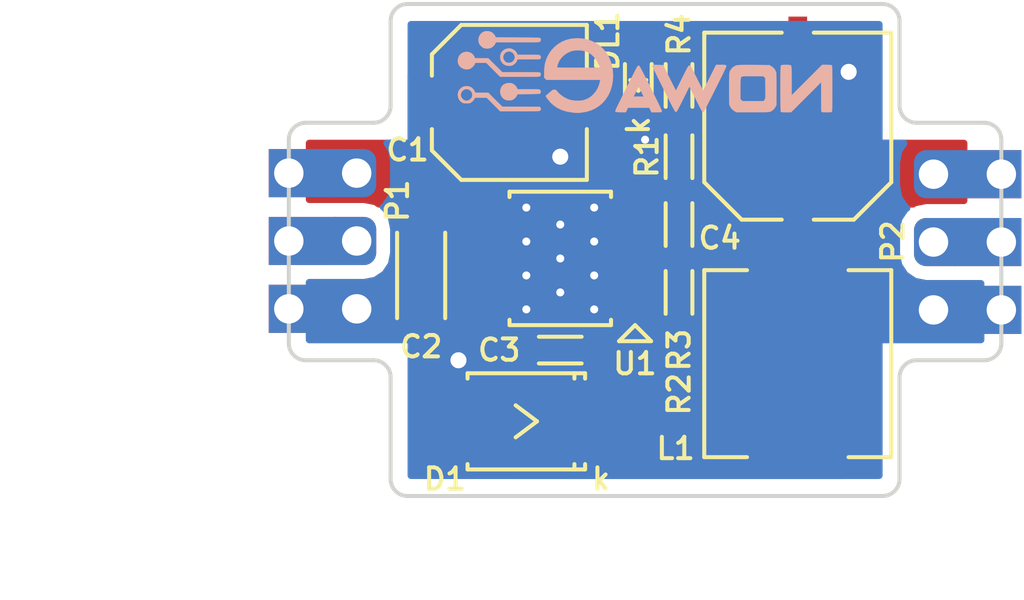
<source format=kicad_pcb>
(kicad_pcb (version 20171130) (host pcbnew "(5.0.1-3-g963ef8bb5)")

  (general
    (thickness 1.6)
    (drawings 26)
    (tracks 56)
    (zones 0)
    (modules 15)
    (nets 11)
  )

  (page A4)
  (layers
    (0 F.Cu signal)
    (31 B.Cu signal)
    (32 B.Adhes user)
    (33 F.Adhes user)
    (34 B.Paste user)
    (35 F.Paste user)
    (36 B.SilkS user)
    (37 F.SilkS user)
    (38 B.Mask user)
    (39 F.Mask user)
    (40 Dwgs.User user)
    (41 Cmts.User user)
    (42 Eco1.User user)
    (43 Eco2.User user)
    (44 Edge.Cuts user)
    (45 Margin user)
    (46 B.CrtYd user)
    (47 F.CrtYd user)
    (48 B.Fab user)
    (49 F.Fab user)
  )

  (setup
    (last_trace_width 0.25)
    (user_trace_width 0.25)
    (user_trace_width 0.5)
    (user_trace_width 1)
    (trace_clearance 0.2)
    (zone_clearance 0.508)
    (zone_45_only no)
    (trace_min 0.2)
    (segment_width 0.2)
    (edge_width 0.15)
    (via_size 0.6)
    (via_drill 0.3)
    (via_min_size 0.4)
    (via_min_drill 0.3)
    (user_via 0.6 0.3)
    (user_via 1.2 0.6)
    (uvia_size 0.3)
    (uvia_drill 0.1)
    (uvias_allowed no)
    (uvia_min_size 0.2)
    (uvia_min_drill 0.1)
    (pcb_text_width 0.3)
    (pcb_text_size 1.5 1.5)
    (mod_edge_width 0.15)
    (mod_text_size 1 1)
    (mod_text_width 0.15)
    (pad_size 1.524 1.524)
    (pad_drill 0.762)
    (pad_to_mask_clearance 0.051)
    (solder_mask_min_width 0.25)
    (aux_axis_origin 0 0)
    (visible_elements FFFFFF7F)
    (pcbplotparams
      (layerselection 0x010fc_ffffffff)
      (usegerberextensions false)
      (usegerberattributes false)
      (usegerberadvancedattributes false)
      (creategerberjobfile false)
      (excludeedgelayer true)
      (linewidth 0.100000)
      (plotframeref false)
      (viasonmask false)
      (mode 1)
      (useauxorigin false)
      (hpglpennumber 1)
      (hpglpenspeed 20)
      (hpglpendiameter 15.000000)
      (psnegative false)
      (psa4output false)
      (plotreference true)
      (plotvalue true)
      (plotinvisibletext false)
      (padsonsilk false)
      (subtractmaskfromsilk false)
      (outputformat 1)
      (mirror false)
      (drillshape 1)
      (scaleselection 1)
      (outputdirectory ""))
  )

  (net 0 "")
  (net 1 +24V)
  (net 2 GND)
  (net 3 "Net-(C3-Pad1)")
  (net 4 "Net-(C3-Pad2)")
  (net 5 +5V)
  (net 6 "Net-(DL1-Pad1)")
  (net 7 "Net-(P1-Pad2)")
  (net 8 "Net-(P2-Pad2)")
  (net 9 "Net-(R1-Pad1)")
  (net 10 "Net-(R2-Pad2)")

  (net_class Default "This is the default net class."
    (clearance 0.2)
    (trace_width 0.25)
    (via_dia 0.6)
    (via_drill 0.3)
    (uvia_dia 0.3)
    (uvia_drill 0.1)
    (add_net +24V)
    (add_net +5V)
    (add_net GND)
    (add_net "Net-(C3-Pad1)")
    (add_net "Net-(C3-Pad2)")
    (add_net "Net-(DL1-Pad1)")
    (add_net "Net-(P1-Pad2)")
    (add_net "Net-(P2-Pad2)")
    (add_net "Net-(R1-Pad1)")
    (add_net "Net-(R2-Pad2)")
  )

  (module CONNECTOR:CONN-HALFHOLE-3x1-2.54 (layer F.Cu) (tedit 5BD704BC) (tstamp 5BD7DBD3)
    (at 1.27 -9.525 270)
    (path /5BD1DB68)
    (attr virtual)
    (fp_text reference P1 (at -1.524 -2.794 270) (layer F.SilkS)
      (effects (font (size 0.8 0.8) (thickness 0.15)))
    )
    (fp_text value VIN (at 0 2.6 270) (layer F.Fab) hide
      (effects (font (size 0.8 0.8) (thickness 0.15)))
    )
    (fp_text user %R (at 0 -2.55 270) (layer F.Fab)
      (effects (font (size 0.8 0.8) (thickness 0.15)))
    )
    (fp_line (start -3.6 -2.1) (end 3.5 -2.1) (layer B.CrtYd) (width 0.05))
    (fp_line (start 3.5 -2.1) (end 3.5 2.1) (layer B.CrtYd) (width 0.05))
    (fp_line (start 3.5 2.1) (end -3.6 2.1) (layer B.CrtYd) (width 0.05))
    (fp_line (start -3.6 2.1) (end -3.6 -2.1) (layer B.CrtYd) (width 0.05))
    (pad 3 thru_hole rect (at 2.52 1.27 270) (size 1.8 2.5) (drill 1.1 (offset 0 -0.5)) (layers *.Cu *.Mask)
      (net 2 GND))
    (pad 2 thru_hole rect (at -0.02 1.27 270) (size 1.8 2.5) (drill 1.1 (offset 0 -0.5)) (layers *.Cu *.Mask)
      (net 7 "Net-(P1-Pad2)"))
    (pad 1 thru_hole rect (at -2.56 1.27 270) (size 1.8 2.5) (drill 1.1 (offset 0 -0.5)) (layers *.Cu *.Mask)
      (net 1 +24V))
    (pad 3 thru_hole roundrect (at 2.52 -1.27 270) (size 1.8 2) (drill 1.1 (offset 0 0.27)) (layers *.Cu *.Mask) (roundrect_rratio 0.25)
      (net 2 GND))
    (pad 2 thru_hole roundrect (at -0.02 -1.27 270) (size 1.8 2) (drill 1.1 (offset 0 0.27)) (layers *.Cu *.Mask) (roundrect_rratio 0.25)
      (net 7 "Net-(P1-Pad2)"))
    (pad 1 thru_hole roundrect (at -2.56 -1.27 270) (size 1.8 2) (drill 1.1 (offset 0 0.27)) (layers *.Cu *.Mask) (roundrect_rratio 0.25)
      (net 1 +24V))
  )

  (module CAPACITOR:CAPACITOR-5.0x5.5 (layer F.Cu) (tedit 5988881A) (tstamp 5BD7FFBD)
    (at 8.255 -14.732)
    (descr "Electrolitic Capacitor - Width 6.3mm - Heigth 5.3mm")
    (path /5BD0DE1C)
    (fp_text reference C1 (at -3.81 1.778) (layer F.SilkS)
      (effects (font (size 0.8 0.8) (thickness 0.15)))
    )
    (fp_text value 10u (at 0 4) (layer F.Fab) hide
      (effects (font (size 0.8 0.8) (thickness 0.15)))
    )
    (fp_text user %R (at 0 0.127) (layer F.Fab)
      (effects (font (size 0.8 0.8) (thickness 0.15)))
    )
    (fp_line (start 2.7 0.3) (end 3.1 0.3) (layer F.Fab) (width 0.15))
    (fp_line (start 3.1 0.3) (end 3.1 -0.3) (layer F.Fab) (width 0.15))
    (fp_line (start 3.1 -0.3) (end 2.7 -0.3) (layer F.Fab) (width 0.15))
    (fp_line (start -2.7 0.3) (end -3.1 0.3) (layer F.Fab) (width 0.15))
    (fp_line (start -3.1 0.3) (end -3.1 -0.3) (layer F.Fab) (width 0.15))
    (fp_line (start -3.1 -0.3) (end -2.7 -0.3) (layer F.Fab) (width 0.15))
    (fp_line (start 3.8 -3.1) (end 3.8 3.1) (layer F.CrtYd) (width 0.05))
    (fp_line (start 3.8 3.1) (end -3.8 3.1) (layer F.CrtYd) (width 0.05))
    (fp_line (start -3.8 3.1) (end -3.8 -3.1) (layer F.CrtYd) (width 0.05))
    (fp_line (start -3.8 -3.1) (end 3.8 -3.1) (layer F.CrtYd) (width 0.05))
    (fp_line (start -2.9 1.8) (end -2.9 1) (layer F.SilkS) (width 0.15))
    (fp_line (start -2.9 -1.8) (end -2.9 -1) (layer F.SilkS) (width 0.15))
    (fp_line (start -1.8 2.9) (end 2.9 2.9) (layer F.SilkS) (width 0.15))
    (fp_line (start -1.8 2.9) (end -2.9 1.8) (layer F.SilkS) (width 0.15))
    (fp_line (start 2.9 -1) (end 2.9 -2.9) (layer F.SilkS) (width 0.15))
    (fp_line (start 2.9 -2.9) (end -1.8 -2.9) (layer F.SilkS) (width 0.15))
    (fp_line (start -1.8 -2.9) (end -2.9 -1.8) (layer F.SilkS) (width 0.15))
    (fp_line (start 2.9 2.9) (end 2.9 1) (layer F.SilkS) (width 0.15))
    (fp_line (start -2.7 1.7) (end -2.7 -1.7) (layer F.Fab) (width 0.15))
    (fp_line (start 2.7 2.7) (end -1.7 2.7) (layer F.Fab) (width 0.15))
    (fp_line (start 2.7 -2.7) (end -1.7 -2.7) (layer F.Fab) (width 0.15))
    (fp_line (start -1.7 2.7) (end -2.7 1.7) (layer F.Fab) (width 0.15))
    (fp_line (start -1.7 -2.7) (end -2.7 -1.7) (layer F.Fab) (width 0.15))
    (fp_line (start 1 -2.3) (end 1 2.3) (layer F.Fab) (width 0.15))
    (fp_circle (center 0 0) (end 2.5 0) (layer F.Fab) (width 0.15))
    (fp_line (start 2.7 2.7) (end 2.7 -2.7) (layer F.Fab) (width 0.15))
    (pad 1 smd rect (at -2.2 0) (size 3 1.6) (layers F.Cu F.Paste F.Mask)
      (net 1 +24V))
    (pad 2 smd rect (at 2.2 0) (size 3 1.6) (layers F.Cu F.Paste F.Mask)
      (net 2 GND))
    (model ${KINOWAEMOD}/packages3d/walter/capacitor/c_elec_6_3x5_3.wrl
      (at (xyz 0 0 0))
      (scale (xyz 0.85 0.85 0.85))
      (rotate (xyz 0 0 180))
    )
  )

  (module CAPACITOR:CAPACITOR-1206 (layer F.Cu) (tedit 58B964EB) (tstamp 5BD809DC)
    (at 4.953 -8.255 270)
    (descr "Capacitor SMD 1206, reflow soldering, Vishay (see dcrcw.pdf)")
    (tags "capacitor 1206")
    (path /5BD0DBED)
    (attr smd)
    (fp_text reference C2 (at 2.667 0) (layer F.SilkS)
      (effects (font (size 0.8 0.8) (thickness 0.15)))
    )
    (fp_text value 100n (at 0 2 270) (layer F.Fab) hide
      (effects (font (size 0.8 0.8) (thickness 0.15)))
    )
    (fp_line (start 2.2 -1.2) (end 2.2 1.2) (layer F.CrtYd) (width 0.05))
    (fp_line (start -2.2 -1.2) (end -2.2 1.2) (layer F.CrtYd) (width 0.05))
    (fp_line (start -2.2 1.2) (end 2.2 1.2) (layer F.CrtYd) (width 0.05))
    (fp_line (start -2.2 -1.2) (end 2.2 -1.2) (layer F.CrtYd) (width 0.05))
    (fp_line (start 1.6 0.8) (end -1.6 0.8) (layer F.Fab) (width 0.15))
    (fp_line (start 1.6 -0.8) (end 1.6 0.8) (layer F.Fab) (width 0.15))
    (fp_line (start -1.6 -0.8) (end 1.6 -0.8) (layer F.Fab) (width 0.15))
    (fp_line (start -1.6 0.8) (end -1.6 -0.8) (layer F.Fab) (width 0.15))
    (fp_line (start -1.1 -0.8) (end -1.1 0.7) (layer F.Fab) (width 0.15))
    (fp_line (start 1.1 -0.8) (end 1.1 0.8) (layer F.Fab) (width 0.15))
    (fp_line (start -1.6 -0.9) (end 1.6 -0.9) (layer F.SilkS) (width 0.15))
    (fp_line (start 1.6 0.9) (end -1.6 0.9) (layer F.SilkS) (width 0.15))
    (fp_text user %R (at 0 -0.127 270) (layer F.Fab)
      (effects (font (size 0.8 0.8) (thickness 0.15)))
    )
    (pad 2 smd rect (at 1.45 0 270) (size 0.9 1.7) (layers F.Cu F.Paste F.Mask)
      (net 2 GND))
    (pad 1 smd rect (at -1.45 0 270) (size 0.9 1.7) (layers F.Cu F.Paste F.Mask)
      (net 1 +24V))
    (model ${KINOWAEMOD}/packages3d/walter/capacitor/c_1206.wrl
      (at (xyz 0 0 0))
      (scale (xyz 1 1 1))
      (rotate (xyz 0 0 0))
    )
  )

  (module CAPACITOR:CAPACITOR-6.3x5.3 (layer F.Cu) (tedit 59C39D2D) (tstamp 5BD7F3B1)
    (at 19.05 -13.843 90)
    (descr "Electrolitic Capacitor - Width 6.3mm - Heigth 5.3mm")
    (path /5BD15E12)
    (fp_text reference C4 (at -4.191 -2.921 180) (layer F.SilkS)
      (effects (font (size 0.8 0.8) (thickness 0.15)))
    )
    (fp_text value 100u (at 0 0 90) (layer F.Fab) hide
      (effects (font (size 0.8 0.8) (thickness 0.15)))
    )
    (fp_text user %R (at 0 0 90) (layer F.Fab)
      (effects (font (size 0.8 0.8) (thickness 0.15)))
    )
    (fp_line (start 3.3 0.3) (end 3.7 0.3) (layer F.Fab) (width 0.15))
    (fp_line (start 3.7 0.3) (end 3.7 -0.3) (layer F.Fab) (width 0.15))
    (fp_line (start 3.7 -0.3) (end 3.3 -0.3) (layer F.Fab) (width 0.15))
    (fp_line (start -3.3 0.3) (end -3.7 0.3) (layer F.Fab) (width 0.15))
    (fp_line (start -3.7 0.3) (end -3.7 -0.3) (layer F.Fab) (width 0.15))
    (fp_line (start -3.7 -0.3) (end -3.3 -0.3) (layer F.Fab) (width 0.15))
    (fp_line (start 4.3 -3.7) (end 4.3 3.7) (layer F.CrtYd) (width 0.05))
    (fp_line (start 4.3 3.7) (end -4.3 3.7) (layer F.CrtYd) (width 0.05))
    (fp_line (start -4.3 3.7) (end -4.3 -3.7) (layer F.CrtYd) (width 0.05))
    (fp_line (start -4.3 -3.7) (end 4.3 -3.7) (layer F.CrtYd) (width 0.05))
    (fp_line (start -3.5 2.1) (end -3.5 0.6) (layer F.SilkS) (width 0.15))
    (fp_line (start -3.5 -2.1) (end -3.5 -0.6) (layer F.SilkS) (width 0.15))
    (fp_line (start -2.1 3.5) (end 3.5 3.5) (layer F.SilkS) (width 0.15))
    (fp_line (start -2.1 3.5) (end -3.5 2.1) (layer F.SilkS) (width 0.15))
    (fp_line (start 3.5 -0.6) (end 3.5 -3.5) (layer F.SilkS) (width 0.15))
    (fp_line (start 3.5 -3.5) (end -2.1 -3.5) (layer F.SilkS) (width 0.15))
    (fp_line (start -2.1 -3.5) (end -3.5 -2.1) (layer F.SilkS) (width 0.15))
    (fp_line (start 3.5 3.5) (end 3.5 0.6) (layer F.SilkS) (width 0.15))
    (fp_line (start -3.3 2) (end -3.3 -2) (layer F.Fab) (width 0.15))
    (fp_line (start 3.3 3.3) (end -2 3.3) (layer F.Fab) (width 0.15))
    (fp_line (start 3.3 -3.3) (end -2 -3.3) (layer F.Fab) (width 0.15))
    (fp_line (start -2 3.3) (end -3.3 2) (layer F.Fab) (width 0.15))
    (fp_line (start -2 -3.3) (end -3.3 -2) (layer F.Fab) (width 0.15))
    (fp_line (start 1.5 -2.8) (end 1.5 2.8) (layer F.Fab) (width 0.15))
    (fp_circle (center 0 0) (end 3.2 0) (layer F.Fab) (width 0.15))
    (fp_line (start 3.3 3.3) (end 3.3 -3.3) (layer F.Fab) (width 0.15))
    (pad 1 smd rect (at -2.5 0 90) (size 3.2 0.7) (layers F.Cu F.Paste F.Mask)
      (net 5 +5V))
    (pad 2 smd rect (at 2.5 0 90) (size 3.2 0.7) (layers F.Cu F.Paste F.Mask)
      (net 2 GND))
    (model ${KINOWAEMOD}/packages3d/walter/capacitor/c_elec_6_3x5_3.wrl
      (at (xyz 0 0 0))
      (scale (xyz 1 1 1))
      (rotate (xyz 0 0 180))
    )
  )

  (module DIODE:DIODE-DO214AA-UNI (layer F.Cu) (tedit 58B965CF) (tstamp 5BD8079B)
    (at 8.89 -2.794)
    (descr "DIODE SMD DO214AA (SMB) Unidirectional")
    (tags "DIODE DO214AA SMB")
    (path /5BD1D574)
    (attr smd)
    (fp_text reference D1 (at -3.048 2.159) (layer F.SilkS)
      (effects (font (size 0.8 0.8) (thickness 0.15)))
    )
    (fp_text value MBRS2040L (at -0.1 2.7) (layer F.Fab) hide
      (effects (font (size 0.8 0.8) (thickness 0.15)))
    )
    (fp_text user %R (at 0 -2.6) (layer F.Fab)
      (effects (font (size 0.8 0.8) (thickness 0.15)))
    )
    (fp_line (start 1.8 1.8) (end 1.8 1.6) (layer F.SilkS) (width 0.15))
    (fp_line (start 1.8 -1.8) (end 1.8 -1.6) (layer F.SilkS) (width 0.15))
    (fp_line (start 4.4 -2) (end 4.4 2) (layer F.CrtYd) (width 0.05))
    (fp_line (start 4.4 2) (end -3.6 2) (layer F.CrtYd) (width 0.05))
    (fp_line (start -3.6 2) (end -3.6 -2) (layer F.CrtYd) (width 0.05))
    (fp_line (start -3.6 -2) (end 4.4 -2) (layer F.CrtYd) (width 0.05))
    (fp_line (start -2.2 1.6) (end -2.2 1.8) (layer F.SilkS) (width 0.15))
    (fp_line (start -2.2 1.8) (end 2.2 1.8) (layer F.SilkS) (width 0.15))
    (fp_line (start 2.2 1.8) (end 2.2 1.6) (layer F.SilkS) (width 0.15))
    (fp_line (start -2.2 -1.6) (end -2.2 -1.8) (layer F.SilkS) (width 0.15))
    (fp_line (start -2.2 -1.8) (end 2.2 -1.8) (layer F.SilkS) (width 0.15))
    (fp_line (start 2.2 -1.8) (end 2.2 -1.6) (layer F.SilkS) (width 0.15))
    (fp_line (start -2.2 -1) (end -2.7 -1) (layer F.Fab) (width 0.15))
    (fp_line (start -2.7 -1) (end -2.7 1) (layer F.Fab) (width 0.15))
    (fp_line (start -2.7 1) (end -2.2 1) (layer F.Fab) (width 0.15))
    (fp_line (start 2.2 -1) (end 2.7 -1) (layer F.Fab) (width 0.15))
    (fp_line (start 2.7 -1) (end 2.7 1) (layer F.Fab) (width 0.15))
    (fp_line (start 2.7 1) (end 2.2 1) (layer F.Fab) (width 0.15))
    (fp_line (start -2.2 -1.8) (end 2.2 -1.8) (layer F.Fab) (width 0.15))
    (fp_line (start 2.2 -1.8) (end 2.2 1.8) (layer F.Fab) (width 0.15))
    (fp_line (start 2.2 1.8) (end -2.2 1.8) (layer F.Fab) (width 0.15))
    (fp_line (start -2.2 1.8) (end -2.2 -1.8) (layer F.Fab) (width 0.15))
    (fp_text user k (at 2.794 2.159) (layer F.SilkS)
      (effects (font (size 0.8 0.8) (thickness 0.15)))
    )
    (fp_line (start -0.4 -0.6) (end 0.4 0) (layer F.SilkS) (width 0.15))
    (fp_line (start 0.4 0) (end -0.4 0.6) (layer F.SilkS) (width 0.15))
    (fp_line (start 0.4 -0.6) (end 0.4 0.6) (layer F.Fab) (width 0.15))
    (fp_line (start -0.4 -0.6) (end 0.4 0) (layer F.Fab) (width 0.15))
    (fp_line (start 0.4 0) (end -0.4 0.6) (layer F.Fab) (width 0.15))
    (fp_line (start -0.4 0.6) (end -0.4 -0.6) (layer F.Fab) (width 0.15))
    (pad 1 smd rect (at -2.3 0) (size 2.2 2.8) (layers F.Cu F.Paste F.Mask)
      (net 2 GND))
    (pad 2 smd rect (at 2.3 0) (size 2.2 2.8) (layers F.Cu F.Paste F.Mask)
      (net 4 "Net-(C3-Pad2)"))
    (model ${KINOWAEMOD}/packages3d/walter/diode/do214aa.wrl
      (at (xyz 0 0 0))
      (scale (xyz 1 1 1))
      (rotate (xyz 0 0 0))
    )
  )

  (module LEDs:LED-0603 (layer F.Cu) (tedit 5B8945EC) (tstamp 5BD8E7FB)
    (at 13.081 -15.367 270)
    (descr "SMD CAP 0603")
    (tags "0603 SM0603 LED")
    (path /5BD1E23C)
    (attr smd)
    (fp_text reference DL1 (at -1.651 1.143 90) (layer F.SilkS)
      (effects (font (size 0.8 0.8) (thickness 0.15)))
    )
    (fp_text value GREEN (at 0 1.4 270) (layer F.Fab) hide
      (effects (font (size 0.8 0.8) (thickness 0.15)))
    )
    (fp_text user %R (at 0 -1.3 270) (layer F.Fab)
      (effects (font (size 0.8 0.8) (thickness 0.15)))
    )
    (fp_line (start 1.1 0.7) (end -1.1 0.7) (layer F.CrtYd) (width 0.05))
    (fp_line (start -1.1 -0.7) (end 1.1 -0.7) (layer F.CrtYd) (width 0.05))
    (fp_text user k (at 1.5 0 270) (layer F.SilkS)
      (effects (font (size 0.8 0.8) (thickness 0.15)))
    )
    (fp_line (start -0.2 -0.3) (end 0.2 0) (layer F.SilkS) (width 0.15))
    (fp_line (start 0.2 0) (end -0.2 0.3) (layer F.SilkS) (width 0.15))
    (fp_line (start 0.2 -0.3) (end 0.2 0.3) (layer F.Fab) (width 0.15))
    (fp_line (start -0.2 -0.3) (end 0.2 0) (layer F.Fab) (width 0.15))
    (fp_line (start 0.2 0) (end -0.2 0.3) (layer F.Fab) (width 0.15))
    (fp_line (start -0.2 0.3) (end -0.2 -0.3) (layer F.Fab) (width 0.15))
    (fp_line (start 0.4 -0.5) (end 0.4 0.5) (layer F.Fab) (width 0.15))
    (fp_line (start -0.4 -0.5) (end -0.4 0.5) (layer F.Fab) (width 0.15))
    (fp_line (start -0.8 -0.5) (end 0.8 -0.5) (layer F.Fab) (width 0.15))
    (fp_line (start 0.8 -0.5) (end 0.8 0.5) (layer F.Fab) (width 0.15))
    (fp_line (start 0.8 0.5) (end -0.8 0.5) (layer F.Fab) (width 0.15))
    (fp_line (start -0.8 0.5) (end -0.8 -0.5) (layer F.Fab) (width 0.15))
    (fp_line (start -0.8 0.5) (end 0.8 0.5) (layer F.SilkS) (width 0.15))
    (fp_line (start -0.8 -0.5) (end 0.8 -0.5) (layer F.SilkS) (width 0.15))
    (fp_line (start 1.1 -0.7) (end 1.1 0.7) (layer F.CrtYd) (width 0.05))
    (fp_line (start -1.1 0.7) (end -1.1 -0.7) (layer F.CrtYd) (width 0.05))
    (pad 1 smd rect (at -0.7 0 270) (size 0.6 0.8) (layers F.Cu F.Paste F.Mask)
      (net 6 "Net-(DL1-Pad1)"))
    (pad 2 smd rect (at 0.7 0 270) (size 0.6 0.8) (layers F.Cu F.Paste F.Mask)
      (net 2 GND))
    (model ${KINOWAEMOD}/packages3d/walter/LEDs/led_0603.wrl
      (at (xyz 0 0 0))
      (scale (xyz 1 1 1))
      (rotate (xyz 0 0 0))
    )
  )

  (module INDUCTOR:INDUCTOR-7050 (layer F.Cu) (tedit 59C5468C) (tstamp 5BD7E9C3)
    (at 19.05 -4.953 90)
    (path /5BD2FDA8)
    (fp_text reference L1 (at -3.175 -4.572 180) (layer F.SilkS)
      (effects (font (size 0.8 0.8) (thickness 0.15)))
    )
    (fp_text value 8u5 (at 0 4.4 90) (layer F.Fab) hide
      (effects (font (size 0.8 0.8) (thickness 0.15)))
    )
    (fp_text user %R (at 0 -4.4 90) (layer F.Fab)
      (effects (font (size 0.8 0.8) (thickness 0.15)))
    )
    (fp_line (start -4.3 3.7) (end -4.3 -3.7) (layer F.CrtYd) (width 0.05))
    (fp_line (start 4.3 3.7) (end -4.3 3.7) (layer F.CrtYd) (width 0.05))
    (fp_line (start 4.3 -3.7) (end 4.3 3.7) (layer F.CrtYd) (width 0.05))
    (fp_line (start -4.3 -3.7) (end 4.3 -3.7) (layer F.CrtYd) (width 0.05))
    (fp_line (start -3.5 3.5) (end -3.5 1.9) (layer F.SilkS) (width 0.15))
    (fp_line (start 3.5 3.5) (end -3.5 3.5) (layer F.SilkS) (width 0.15))
    (fp_line (start 3.5 1.9) (end 3.5 3.5) (layer F.SilkS) (width 0.15))
    (fp_line (start 3.5 -3.5) (end 3.5 -1.9) (layer F.SilkS) (width 0.15))
    (fp_line (start -3.5 -3.5) (end 3.5 -3.5) (layer F.SilkS) (width 0.15))
    (fp_line (start -3.5 -1.9) (end -3.5 -3.5) (layer F.SilkS) (width 0.15))
    (fp_line (start 3.3 -3.3) (end -3.3 -3.3) (layer F.Fab) (width 0.15))
    (fp_line (start 3.3 3.3) (end 3.3 -3.3) (layer F.Fab) (width 0.15))
    (fp_line (start -3.3 3.3) (end 3.3 3.3) (layer F.Fab) (width 0.15))
    (fp_line (start -3.3 -3.3) (end -3.3 3.3) (layer F.Fab) (width 0.15))
    (pad 1 smd rect (at -2.7 0 90) (size 3 3.5) (layers F.Cu F.Paste F.Mask)
      (net 4 "Net-(C3-Pad2)"))
    (pad 2 smd rect (at 2.7 0 90) (size 3 3.5) (layers F.Cu F.Paste F.Mask)
      (net 5 +5V))
    (model ${KINOWAEMOD}/packages3d/walter/inductor/inductor_smd_6.5x4.8mm.wrl
      (at (xyz 0 0 0))
      (scale (xyz 1 1 1))
      (rotate (xyz 0 0 90))
    )
  )

  (module CONNECTOR:CONN-HALFHOLE-3x1-2.54 (layer F.Cu) (tedit 5BD704BC) (tstamp 5BD7DBE2)
    (at 25.4 -9.525 90)
    (path /5BD1DD40)
    (attr virtual)
    (fp_text reference P2 (at 0 -2.794 90) (layer F.SilkS)
      (effects (font (size 0.8 0.8) (thickness 0.15)))
    )
    (fp_text value VOUT (at 0 2.6 90) (layer F.Fab) hide
      (effects (font (size 0.8 0.8) (thickness 0.15)))
    )
    (fp_line (start -3.6 2.1) (end -3.6 -2.1) (layer B.CrtYd) (width 0.05))
    (fp_line (start 3.5 2.1) (end -3.6 2.1) (layer B.CrtYd) (width 0.05))
    (fp_line (start 3.5 -2.1) (end 3.5 2.1) (layer B.CrtYd) (width 0.05))
    (fp_line (start -3.6 -2.1) (end 3.5 -2.1) (layer B.CrtYd) (width 0.05))
    (fp_text user %R (at 0 -2.55 90) (layer F.Fab)
      (effects (font (size 0.8 0.8) (thickness 0.15)))
    )
    (pad 1 thru_hole roundrect (at -2.56 -1.27 90) (size 1.8 2) (drill 1.1 (offset 0 0.27)) (layers *.Cu *.Mask) (roundrect_rratio 0.25)
      (net 2 GND))
    (pad 2 thru_hole roundrect (at -0.02 -1.27 90) (size 1.8 2) (drill 1.1 (offset 0 0.27)) (layers *.Cu *.Mask) (roundrect_rratio 0.25)
      (net 8 "Net-(P2-Pad2)"))
    (pad 3 thru_hole roundrect (at 2.52 -1.27 90) (size 1.8 2) (drill 1.1 (offset 0 0.27)) (layers *.Cu *.Mask) (roundrect_rratio 0.25)
      (net 5 +5V))
    (pad 1 thru_hole rect (at -2.56 1.27 90) (size 1.8 2.5) (drill 1.1 (offset 0 -0.5)) (layers *.Cu *.Mask)
      (net 2 GND))
    (pad 2 thru_hole rect (at -0.02 1.27 90) (size 1.8 2.5) (drill 1.1 (offset 0 -0.5)) (layers *.Cu *.Mask)
      (net 8 "Net-(P2-Pad2)"))
    (pad 3 thru_hole rect (at 2.52 1.27 90) (size 1.8 2.5) (drill 1.1 (offset 0 -0.5)) (layers *.Cu *.Mask)
      (net 5 +5V))
  )

  (module RESISTOR:RESISTOR-0603 (layer F.Cu) (tedit 5A030436) (tstamp 5BD7E98B)
    (at 14.605 -12.7 90)
    (descr "SMD 0603")
    (tags "0603 SM0603")
    (path /5BD0FB40)
    (attr smd)
    (fp_text reference R1 (at 0 -1.2 90) (layer F.SilkS)
      (effects (font (size 0.8 0.8) (thickness 0.15)))
    )
    (fp_text value 2k7 (at 0 1.2 90) (layer F.Fab) hide
      (effects (font (size 0.8 0.8) (thickness 0.15)))
    )
    (fp_text user %R (at 0 -1.2 90) (layer F.Fab)
      (effects (font (size 0.8 0.8) (thickness 0.15)))
    )
    (fp_line (start 0.4 -0.5) (end 0.4 0.5) (layer F.Fab) (width 0.15))
    (fp_line (start -0.4 -0.5) (end -0.4 0.5) (layer F.Fab) (width 0.15))
    (fp_line (start -0.8 -0.5) (end 0.8 -0.5) (layer F.Fab) (width 0.15))
    (fp_line (start 0.8 -0.5) (end 0.8 0.5) (layer F.Fab) (width 0.15))
    (fp_line (start 0.8 0.5) (end -0.8 0.5) (layer F.Fab) (width 0.15))
    (fp_line (start -0.8 0.5) (end -0.8 -0.5) (layer F.Fab) (width 0.15))
    (fp_line (start -0.8 0.5) (end 0.8 0.5) (layer F.SilkS) (width 0.15))
    (fp_line (start -0.8 -0.5) (end 0.8 -0.5) (layer F.SilkS) (width 0.15))
    (fp_line (start -1.1 -0.7) (end 1.1 -0.7) (layer F.CrtYd) (width 0.05))
    (fp_line (start 1.1 -0.7) (end 1.1 0.7) (layer F.CrtYd) (width 0.05))
    (fp_line (start 1.1 0.7) (end -1.1 0.7) (layer F.CrtYd) (width 0.05))
    (fp_line (start -1.1 0.7) (end -1.1 -0.7) (layer F.CrtYd) (width 0.05))
    (pad 1 smd rect (at -0.7 0 90) (size 0.6 0.8) (layers F.Cu F.Paste F.Mask)
      (net 9 "Net-(R1-Pad1)"))
    (pad 2 smd rect (at 0.7 0 90) (size 0.6 0.8) (layers F.Cu F.Paste F.Mask)
      (net 2 GND))
    (model "${KINOWAEMOD}/packages3d/issus/STEP/Passives/RES 0603.wrl"
      (offset (xyz 0 0.3936999940872192 0))
      (scale (xyz 1 1 1))
      (rotate (xyz -90 0 0))
    )
  )

  (module RESISTOR:RESISTOR-0603 (layer F.Cu) (tedit 5A030436) (tstamp 5BD7E955)
    (at 14.605 -7.62 90)
    (descr "SMD 0603")
    (tags "0603 SM0603")
    (path /5BD0FCDD)
    (attr smd)
    (fp_text reference R2 (at -3.81 0 90) (layer F.SilkS)
      (effects (font (size 0.8 0.8) (thickness 0.15)))
    )
    (fp_text value 100k (at 0 1.2 90) (layer F.Fab) hide
      (effects (font (size 0.8 0.8) (thickness 0.15)))
    )
    (fp_text user %R (at 0 -1.2 90) (layer F.Fab)
      (effects (font (size 0.8 0.8) (thickness 0.15)))
    )
    (fp_line (start 0.4 -0.5) (end 0.4 0.5) (layer F.Fab) (width 0.15))
    (fp_line (start -0.4 -0.5) (end -0.4 0.5) (layer F.Fab) (width 0.15))
    (fp_line (start -0.8 -0.5) (end 0.8 -0.5) (layer F.Fab) (width 0.15))
    (fp_line (start 0.8 -0.5) (end 0.8 0.5) (layer F.Fab) (width 0.15))
    (fp_line (start 0.8 0.5) (end -0.8 0.5) (layer F.Fab) (width 0.15))
    (fp_line (start -0.8 0.5) (end -0.8 -0.5) (layer F.Fab) (width 0.15))
    (fp_line (start -0.8 0.5) (end 0.8 0.5) (layer F.SilkS) (width 0.15))
    (fp_line (start -0.8 -0.5) (end 0.8 -0.5) (layer F.SilkS) (width 0.15))
    (fp_line (start -1.1 -0.7) (end 1.1 -0.7) (layer F.CrtYd) (width 0.05))
    (fp_line (start 1.1 -0.7) (end 1.1 0.7) (layer F.CrtYd) (width 0.05))
    (fp_line (start 1.1 0.7) (end -1.1 0.7) (layer F.CrtYd) (width 0.05))
    (fp_line (start -1.1 0.7) (end -1.1 -0.7) (layer F.CrtYd) (width 0.05))
    (pad 1 smd rect (at -0.7 0 90) (size 0.6 0.8) (layers F.Cu F.Paste F.Mask)
      (net 5 +5V))
    (pad 2 smd rect (at 0.7 0 90) (size 0.6 0.8) (layers F.Cu F.Paste F.Mask)
      (net 10 "Net-(R2-Pad2)"))
    (model "${KINOWAEMOD}/packages3d/issus/STEP/Passives/RES 0603.wrl"
      (offset (xyz 0 0.3936999940872192 0))
      (scale (xyz 1 1 1))
      (rotate (xyz -90 0 0))
    )
  )

  (module RESISTOR:RESISTOR-0603 (layer F.Cu) (tedit 5A030436) (tstamp 5BD7E91F)
    (at 14.605 -10.16 90)
    (descr "SMD 0603")
    (tags "0603 SM0603")
    (path /5BD0FC22)
    (attr smd)
    (fp_text reference R3 (at -4.699 0 90) (layer F.SilkS)
      (effects (font (size 0.8 0.8) (thickness 0.15)))
    )
    (fp_text value 8k45 (at 0 1.2 90) (layer F.Fab) hide
      (effects (font (size 0.8 0.8) (thickness 0.15)))
    )
    (fp_line (start -1.1 0.7) (end -1.1 -0.7) (layer F.CrtYd) (width 0.05))
    (fp_line (start 1.1 0.7) (end -1.1 0.7) (layer F.CrtYd) (width 0.05))
    (fp_line (start 1.1 -0.7) (end 1.1 0.7) (layer F.CrtYd) (width 0.05))
    (fp_line (start -1.1 -0.7) (end 1.1 -0.7) (layer F.CrtYd) (width 0.05))
    (fp_line (start -0.8 -0.5) (end 0.8 -0.5) (layer F.SilkS) (width 0.15))
    (fp_line (start -0.8 0.5) (end 0.8 0.5) (layer F.SilkS) (width 0.15))
    (fp_line (start -0.8 0.5) (end -0.8 -0.5) (layer F.Fab) (width 0.15))
    (fp_line (start 0.8 0.5) (end -0.8 0.5) (layer F.Fab) (width 0.15))
    (fp_line (start 0.8 -0.5) (end 0.8 0.5) (layer F.Fab) (width 0.15))
    (fp_line (start -0.8 -0.5) (end 0.8 -0.5) (layer F.Fab) (width 0.15))
    (fp_line (start -0.4 -0.5) (end -0.4 0.5) (layer F.Fab) (width 0.15))
    (fp_line (start 0.4 -0.5) (end 0.4 0.5) (layer F.Fab) (width 0.15))
    (fp_text user %R (at 0 -1.2 90) (layer F.Fab)
      (effects (font (size 0.8 0.8) (thickness 0.15)))
    )
    (pad 2 smd rect (at 0.7 0 90) (size 0.6 0.8) (layers F.Cu F.Paste F.Mask)
      (net 9 "Net-(R1-Pad1)"))
    (pad 1 smd rect (at -0.7 0 90) (size 0.6 0.8) (layers F.Cu F.Paste F.Mask)
      (net 5 +5V))
    (model "${KINOWAEMOD}/packages3d/issus/STEP/Passives/RES 0603.wrl"
      (offset (xyz 0 0.3936999940872192 0))
      (scale (xyz 1 1 1))
      (rotate (xyz -90 0 0))
    )
  )

  (module RESISTOR:RESISTOR-0603 (layer F.Cu) (tedit 5A030436) (tstamp 5BD7E8E9)
    (at 14.605 -15.367 270)
    (descr "SMD 0603")
    (tags "0603 SM0603")
    (path /5BD1DF89)
    (attr smd)
    (fp_text reference R4 (at -1.905 0 270) (layer F.SilkS)
      (effects (font (size 0.8 0.8) (thickness 0.15)))
    )
    (fp_text value 220 (at 0 1.2 270) (layer F.Fab) hide
      (effects (font (size 0.8 0.8) (thickness 0.15)))
    )
    (fp_line (start -1.1 0.7) (end -1.1 -0.7) (layer F.CrtYd) (width 0.05))
    (fp_line (start 1.1 0.7) (end -1.1 0.7) (layer F.CrtYd) (width 0.05))
    (fp_line (start 1.1 -0.7) (end 1.1 0.7) (layer F.CrtYd) (width 0.05))
    (fp_line (start -1.1 -0.7) (end 1.1 -0.7) (layer F.CrtYd) (width 0.05))
    (fp_line (start -0.8 -0.5) (end 0.8 -0.5) (layer F.SilkS) (width 0.15))
    (fp_line (start -0.8 0.5) (end 0.8 0.5) (layer F.SilkS) (width 0.15))
    (fp_line (start -0.8 0.5) (end -0.8 -0.5) (layer F.Fab) (width 0.15))
    (fp_line (start 0.8 0.5) (end -0.8 0.5) (layer F.Fab) (width 0.15))
    (fp_line (start 0.8 -0.5) (end 0.8 0.5) (layer F.Fab) (width 0.15))
    (fp_line (start -0.8 -0.5) (end 0.8 -0.5) (layer F.Fab) (width 0.15))
    (fp_line (start -0.4 -0.5) (end -0.4 0.5) (layer F.Fab) (width 0.15))
    (fp_line (start 0.4 -0.5) (end 0.4 0.5) (layer F.Fab) (width 0.15))
    (fp_text user %R (at 0 -1.2 270) (layer F.Fab)
      (effects (font (size 0.8 0.8) (thickness 0.15)))
    )
    (pad 2 smd rect (at 0.7 0 270) (size 0.6 0.8) (layers F.Cu F.Paste F.Mask)
      (net 5 +5V))
    (pad 1 smd rect (at -0.7 0 270) (size 0.6 0.8) (layers F.Cu F.Paste F.Mask)
      (net 6 "Net-(DL1-Pad1)"))
    (model "${KINOWAEMOD}/packages3d/issus/STEP/Passives/RES 0603.wrl"
      (offset (xyz 0 0.3936999940872192 0))
      (scale (xyz 1 1 1))
      (rotate (xyz -90 0 0))
    )
  )

  (module SOIC:HSOIC8_3.9x4.9_1.27 (layer F.Cu) (tedit 598888F1) (tstamp 5BD7F861)
    (at 10.16 -8.89 180)
    (descr "8-Lead Plastic Small Outline SOIC8")
    (tags "SOIC8 SOIC-8 1.27")
    (path /5BD0D83E)
    (attr smd)
    (fp_text reference U1 (at -2.794 -3.937 180) (layer F.SilkS)
      (effects (font (size 0.8 0.8) (thickness 0.15)))
    )
    (fp_text value ST1S14PHR (at 0 3.5 180) (layer F.Fab) hide
      (effects (font (size 0.8 0.8) (thickness 0.15)))
    )
    (fp_text user %R (at 0 0 180) (layer F.Fab)
      (effects (font (size 0.8 0.8) (thickness 0.15)))
    )
    (fp_line (start -2.4 -2.145) (end -2.4 -1.645) (layer F.Fab) (width 0.05))
    (fp_line (start -1.9 -2.145) (end -2.9 -2.145) (layer F.Fab) (width 0.05))
    (fp_line (start -2.9 -2.145) (end -2.9 -1.645) (layer F.Fab) (width 0.05))
    (fp_line (start -2.9 -1.645) (end -1.9 -1.645) (layer F.Fab) (width 0.05))
    (fp_line (start -3.4 -3.095) (end -2.2 -3.095) (layer F.SilkS) (width 0.15))
    (fp_line (start -2.8 -2.495) (end -2.2 -3.095) (layer F.SilkS) (width 0.15))
    (fp_line (start -2.8 -2.495) (end -3.4 -3.095) (layer F.SilkS) (width 0.15))
    (fp_line (start -1.9 2.3) (end -1.9 2.5) (layer F.SilkS) (width 0.15))
    (fp_line (start -1.9 2.5) (end 1.9 2.5) (layer F.SilkS) (width 0.15))
    (fp_line (start 1.9 2.3) (end 1.9 2.5) (layer F.SilkS) (width 0.15))
    (fp_line (start -1.9 -2.295) (end -1.9 -2.495) (layer F.SilkS) (width 0.15))
    (fp_line (start -1.9 -2.495) (end 1.9 -2.495) (layer F.SilkS) (width 0.15))
    (fp_line (start 1.9 -2.495) (end 1.9 -2.295) (layer F.SilkS) (width 0.15))
    (fp_circle (center -1.2 -1.795) (end -0.9 -1.595) (layer F.Fab) (width 0.15))
    (fp_line (start 1.9 -2.5) (end 1.9 2.5) (layer F.Fab) (width 0.15))
    (fp_line (start 1.9 2.5) (end -1.9 2.5) (layer F.Fab) (width 0.15))
    (fp_line (start -1.9 2.5) (end -1.9 -2.5) (layer F.Fab) (width 0.15))
    (fp_line (start -1.9 -2.495) (end 1.9 -2.495) (layer F.Fab) (width 0.15))
    (fp_line (start -3.7 -2.7) (end -3.7 2.7) (layer F.CrtYd) (width 0.05))
    (fp_line (start 3.7 -2.7) (end 3.7 2.7) (layer F.CrtYd) (width 0.05))
    (fp_line (start -3.7 -2.7) (end 3.7 -2.7) (layer F.CrtYd) (width 0.05))
    (fp_line (start -3.7 2.7) (end 3.7 2.7) (layer F.CrtYd) (width 0.05))
    (fp_line (start 2.9 -2.145) (end 1.9 -2.145) (layer F.Fab) (width 0.05))
    (fp_line (start -1.9 -0.875) (end -2.9 -0.875) (layer F.Fab) (width 0.05))
    (fp_line (start 2.9 -0.875) (end 1.9 -0.875) (layer F.Fab) (width 0.05))
    (fp_line (start -1.9 0.395) (end -2.9 0.395) (layer F.Fab) (width 0.05))
    (fp_line (start 2.9 0.395) (end 1.9 0.395) (layer F.Fab) (width 0.05))
    (fp_line (start -1.9 1.665) (end -2.9 1.665) (layer F.Fab) (width 0.05))
    (fp_line (start 2.9 1.665) (end 1.9 1.665) (layer F.Fab) (width 0.05))
    (fp_line (start 1.9 -1.645) (end 2.9 -1.645) (layer F.Fab) (width 0.05))
    (fp_line (start -2.9 -0.375) (end -1.9 -0.375) (layer F.Fab) (width 0.05))
    (fp_line (start 1.9 -0.375) (end 2.9 -0.375) (layer F.Fab) (width 0.05))
    (fp_line (start -2.9 0.895) (end -1.9 0.895) (layer F.Fab) (width 0.05))
    (fp_line (start 1.9 0.895) (end 2.9 0.895) (layer F.Fab) (width 0.05))
    (fp_line (start -2.9 2.165) (end -1.9 2.165) (layer F.Fab) (width 0.05))
    (fp_line (start 1.9 2.165) (end 2.9 2.165) (layer F.Fab) (width 0.05))
    (fp_line (start 2.9 -2.145) (end 2.9 -1.645) (layer F.Fab) (width 0.05))
    (fp_line (start -2.9 -0.875) (end -2.9 -0.375) (layer F.Fab) (width 0.05))
    (fp_line (start 2.9 -0.875) (end 2.9 -0.375) (layer F.Fab) (width 0.05))
    (fp_line (start -2.9 0.395) (end -2.9 0.895) (layer F.Fab) (width 0.05))
    (fp_line (start 2.9 0.395) (end 2.9 0.895) (layer F.Fab) (width 0.05))
    (fp_line (start -2.9 1.665) (end -2.9 2.165) (layer F.Fab) (width 0.05))
    (fp_line (start 2.9 1.665) (end 2.9 2.165) (layer F.Fab) (width 0.05))
    (fp_line (start 2.4 -2.145) (end 2.4 -1.645) (layer F.Fab) (width 0.05))
    (fp_line (start -2.4 -0.875) (end -2.4 -0.375) (layer F.Fab) (width 0.05))
    (fp_line (start 2.4 -0.875) (end 2.4 -0.375) (layer F.Fab) (width 0.05))
    (fp_line (start -2.4 0.395) (end -2.4 0.895) (layer F.Fab) (width 0.05))
    (fp_line (start 2.4 0.395) (end 2.4 0.895) (layer F.Fab) (width 0.05))
    (fp_line (start -2.4 1.665) (end -2.4 2.165) (layer F.Fab) (width 0.05))
    (fp_line (start 2.4 1.665) (end 2.4 2.165) (layer F.Fab) (width 0.05))
    (pad 1 smd rect (at -2.7 -1.905 180) (size 1.5 0.6) (layers F.Cu F.Paste F.Mask)
      (net 3 "Net-(C3-Pad1)"))
    (pad 2 smd rect (at -2.7 -0.635 180) (size 1.5 0.6) (layers F.Cu F.Paste F.Mask)
      (net 10 "Net-(R2-Pad2)"))
    (pad 3 smd rect (at -2.7 0.635 180) (size 1.5 0.6) (layers F.Cu F.Paste F.Mask)
      (net 2 GND))
    (pad 4 smd rect (at -2.7 1.905 180) (size 1.5 0.6) (layers F.Cu F.Paste F.Mask)
      (net 9 "Net-(R1-Pad1)"))
    (pad 5 smd rect (at 2.7 1.905 180) (size 1.5 0.6) (layers F.Cu F.Paste F.Mask)
      (net 1 +24V))
    (pad 6 smd rect (at 2.7 0.635 180) (size 1.5 0.6) (layers F.Cu F.Paste F.Mask)
      (net 2 GND))
    (pad 7 smd rect (at 2.7 -0.635 180) (size 1.5 0.6) (layers F.Cu F.Paste F.Mask)
      (net 1 +24V))
    (pad 8 smd rect (at 2.7 -1.905 180) (size 1.5 0.6) (layers F.Cu F.Paste F.Mask)
      (net 4 "Net-(C3-Pad2)"))
    (pad 9 smd rect (at 0 0 180) (size 2.4 3.3) (layers F.Cu F.Paste F.Mask)
      (net 2 GND))
    (model ${KINOWAEMOD}/packages3d/walter/SOIC/so-8.wrl
      (at (xyz 0 0 0))
      (scale (xyz 1 1 1))
      (rotate (xyz 0 0 90))
    )
  )

  (module CAPACITOR:CAPACITOR-0603 (layer F.Cu) (tedit 5A0302A3) (tstamp 5BD8E9BB)
    (at 10.16 -5.461 180)
    (descr "SMD CAP 0603")
    (tags "0603 SM0603")
    (path /5BD0DA96)
    (attr smd)
    (fp_text reference C3 (at 2.286 0 180) (layer F.SilkS)
      (effects (font (size 0.8 0.8) (thickness 0.15)))
    )
    (fp_text value 100n (at 0 1.3 180) (layer F.Fab) hide
      (effects (font (size 0.8 0.8) (thickness 0.15)))
    )
    (fp_text user %R (at 0 -1.3 180) (layer F.Fab)
      (effects (font (size 0.8 0.8) (thickness 0.15)))
    )
    (fp_line (start 0.4 -0.5) (end 0.4 0.5) (layer F.Fab) (width 0.15))
    (fp_line (start -0.4 -0.5) (end -0.4 0.5) (layer F.Fab) (width 0.15))
    (fp_line (start -0.8 -0.5) (end 0.8 -0.5) (layer F.Fab) (width 0.15))
    (fp_line (start 0.8 -0.5) (end 0.8 0.5) (layer F.Fab) (width 0.15))
    (fp_line (start 0.8 0.5) (end -0.8 0.5) (layer F.Fab) (width 0.15))
    (fp_line (start -0.8 0.5) (end -0.8 -0.5) (layer F.Fab) (width 0.15))
    (fp_line (start -0.8 0.5) (end 0.8 0.5) (layer F.SilkS) (width 0.15))
    (fp_line (start -0.8 -0.5) (end 0.8 -0.5) (layer F.SilkS) (width 0.15))
    (fp_line (start -1.1 -0.7) (end 1.1 -0.7) (layer F.CrtYd) (width 0.05))
    (fp_line (start 1.1 -0.7) (end 1.1 0.7) (layer F.CrtYd) (width 0.05))
    (fp_line (start 1.1 0.7) (end -1.1 0.7) (layer F.CrtYd) (width 0.05))
    (fp_line (start -1.1 0.7) (end -1.1 -0.7) (layer F.CrtYd) (width 0.05))
    (pad 1 smd rect (at -0.7 0 180) (size 0.6 0.8) (layers F.Cu F.Paste F.Mask)
      (net 3 "Net-(C3-Pad1)"))
    (pad 2 smd rect (at 0.7 0 180) (size 0.6 0.8) (layers F.Cu F.Paste F.Mask)
      (net 4 "Net-(C3-Pad2)"))
    (model ${KINOWAEMOD}/packages3d/walter/capacitor/c_0603.wrl
      (at (xyz 0 0 0))
      (scale (xyz 1 1 1))
      (rotate (xyz 0 0 0))
    )
  )

  (module LOGO:LOGO_NOWAE_15MM_FSILK (layer B.Cu) (tedit 0) (tstamp 5BD8E74A)
    (at 13.335 -15.875 180)
    (fp_text reference G*** (at 0 0 180) (layer B.SilkS) hide
      (effects (font (size 1.524 1.524) (thickness 0.3)) (justify mirror))
    )
    (fp_text value LOGO (at 0.75 0 180) (layer B.SilkS) hide
      (effects (font (size 1.524 1.524) (thickness 0.3)) (justify mirror))
    )
    (fp_poly (pts (xy 5.992891 1.515889) (xy 6.01969 1.508883) (xy 6.092707 1.474143) (xy 6.153279 1.419995)
      (xy 6.199175 1.350999) (xy 6.228163 1.271714) (xy 6.238011 1.186699) (xy 6.226488 1.100513)
      (xy 6.223964 1.091638) (xy 6.198756 1.038813) (xy 6.157396 0.983588) (xy 6.107411 0.934421)
      (xy 6.056329 0.899772) (xy 6.050915 0.897187) (xy 5.983339 0.877786) (xy 5.904954 0.872583)
      (xy 5.826596 0.881283) (xy 5.7591 0.903586) (xy 5.755733 0.905297) (xy 5.685031 0.954883)
      (xy 5.629474 1.019743) (xy 5.60539 1.064847) (xy 5.587651 1.10718) (xy 4.775166 1.10718)
      (xy 4.609221 1.107212) (xy 4.467356 1.107345) (xy 4.347602 1.107635) (xy 4.247987 1.108138)
      (xy 4.166541 1.108912) (xy 4.101294 1.110011) (xy 4.050274 1.111492) (xy 4.011512 1.113411)
      (xy 3.983036 1.115826) (xy 3.962876 1.11879) (xy 3.949062 1.122362) (xy 3.939622 1.126597)
      (xy 3.933016 1.131201) (xy 3.909801 1.164829) (xy 3.903623 1.207238) (xy 3.915127 1.247284)
      (xy 3.92552 1.260851) (xy 3.931652 1.265381) (xy 3.941603 1.269274) (xy 3.9573 1.272589)
      (xy 3.980671 1.275386) (xy 4.013643 1.277723) (xy 4.058142 1.27966) (xy 4.116098 1.281254)
      (xy 4.189436 1.282566) (xy 4.280086 1.283653) (xy 4.389973 1.284574) (xy 4.521026 1.285389)
      (xy 4.675171 1.286156) (xy 4.767769 1.286567) (xy 5.58785 1.290109) (xy 5.6203 1.354144)
      (xy 5.669842 1.424686) (xy 5.735925 1.477701) (xy 5.814496 1.51162) (xy 5.901502 1.524873)
      (xy 5.992891 1.515889)) (layer B.SilkS) (width 0.01))
    (fp_poly (pts (xy 5.190673 0.865642) (xy 5.268426 0.831707) (xy 5.335502 0.779018) (xy 5.387467 0.709117)
      (xy 5.402363 0.678281) (xy 5.418489 0.61517) (xy 5.421968 0.541052) (xy 5.41304 0.467561)
      (xy 5.396964 0.416675) (xy 5.349123 0.338124) (xy 5.28488 0.279694) (xy 5.204904 0.241826)
      (xy 5.109863 0.22496) (xy 5.106052 0.224744) (xy 5.049505 0.224385) (xy 5.005078 0.231951)
      (xy 4.959435 0.249811) (xy 4.956162 0.25136) (xy 4.887237 0.295377) (xy 4.83084 0.353307)
      (xy 4.793528 0.418317) (xy 4.791974 0.422472) (xy 4.775177 0.468924) (xy 4.363463 0.468924)
      (xy 4.243277 0.469143) (xy 4.146672 0.469867) (xy 4.071181 0.471197) (xy 4.014338 0.473232)
      (xy 3.973674 0.476073) (xy 3.946725 0.47982) (xy 3.931021 0.484572) (xy 3.92755 0.486618)
      (xy 3.908488 0.514933) (xy 3.90679 0.53057) (xy 4.877953 0.53057) (xy 4.89348 0.468225)
      (xy 4.927156 0.41453) (xy 4.9751 0.37246) (xy 5.033431 0.344992) (xy 5.098268 0.335101)
      (xy 5.16573 0.345764) (xy 5.197262 0.358732) (xy 5.246589 0.396298) (xy 5.286061 0.450317)
      (xy 5.309965 0.511521) (xy 5.314462 0.548831) (xy 5.302724 0.612228) (xy 5.27103 0.673103)
      (xy 5.224654 0.722459) (xy 5.204605 0.736133) (xy 5.136419 0.762642) (xy 5.067909 0.765457)
      (xy 5.003534 0.746495) (xy 4.947752 0.70767) (xy 4.90502 0.650898) (xy 4.884456 0.598588)
      (xy 4.877953 0.53057) (xy 3.90679 0.53057) (xy 3.904226 0.55417) (xy 3.914804 0.593781)
      (xy 3.927079 0.612037) (xy 3.934645 0.619315) (xy 3.944609 0.625105) (xy 3.959797 0.629578)
      (xy 3.983034 0.632904) (xy 4.017147 0.635252) (xy 4.064962 0.636791) (xy 4.129305 0.63769)
      (xy 4.213003 0.638121) (xy 4.318881 0.638251) (xy 4.364197 0.638257) (xy 4.777586 0.638257)
      (xy 4.785141 0.668355) (xy 4.808152 0.71865) (xy 4.849277 0.770555) (xy 4.902105 0.816881)
      (xy 4.937723 0.839538) (xy 5.020885 0.871097) (xy 5.106681 0.879286) (xy 5.190673 0.865642)) (layer B.SilkS) (width 0.01))
    (fp_poly (pts (xy 6.731202 0.746769) (xy 6.80784 0.725555) (xy 6.877977 0.685999) (xy 6.937469 0.628122)
      (xy 6.971975 0.57396) (xy 6.99731 0.503124) (xy 7.008356 0.424551) (xy 7.004467 0.348275)
      (xy 6.989886 0.294968) (xy 6.945164 0.219906) (xy 6.882618 0.160284) (xy 6.806774 0.118154)
      (xy 6.722159 0.095572) (xy 6.633299 0.09459) (xy 6.574877 0.106665) (xy 6.523682 0.131195)
      (xy 6.469544 0.171649) (xy 6.420653 0.220562) (xy 6.3852 0.270469) (xy 6.377612 0.286464)
      (xy 6.356724 0.338667) (xy 5.945961 0.338667) (xy 5.685693 0.078154) (xy 5.425424 -0.182359)
      (xy 4.688116 -0.182359) (xy 4.530963 -0.182337) (xy 4.397797 -0.182224) (xy 4.286554 -0.18195)
      (xy 4.19517 -0.181443) (xy 4.12158 -0.180632) (xy 4.06372 -0.179445) (xy 4.019526 -0.177812)
      (xy 3.986934 -0.175662) (xy 3.963879 -0.172923) (xy 3.948298 -0.169525) (xy 3.938126 -0.165396)
      (xy 3.931299 -0.160465) (xy 3.927079 -0.156139) (xy 3.908256 -0.120864) (xy 3.904294 -0.080117)
      (xy 3.915155 -0.044444) (xy 3.92755 -0.03072) (xy 3.937258 -0.026719) (xy 3.955825 -0.02334)
      (xy 3.985166 -0.020535) (xy 4.027197 -0.018256) (xy 4.083833 -0.016458) (xy 4.156989 -0.015093)
      (xy 4.24858 -0.014114) (xy 4.360523 -0.013475) (xy 4.494732 -0.013127) (xy 4.648981 -0.013025)
      (xy 5.346213 -0.013025) (xy 5.607857 0.247488) (xy 5.869502 0.508) (xy 6.116264 0.508592)
      (xy 6.363026 0.509183) (xy 6.39559 0.576951) (xy 6.442552 0.647771) (xy 6.503739 0.700142)
      (xy 6.575007 0.734084) (xy 6.652209 0.749619) (xy 6.731202 0.746769)) (layer B.SilkS) (width 0.01))
    (fp_poly (pts (xy 5.194829 -0.431374) (xy 5.270536 -0.460714) (xy 5.32552 -0.499039) (xy 5.376013 -0.562946)
      (xy 5.408608 -0.640302) (xy 5.422363 -0.724775) (xy 5.416331 -0.810033) (xy 5.389568 -0.889743)
      (xy 5.385096 -0.898309) (xy 5.331523 -0.973612) (xy 5.264565 -1.026721) (xy 5.183595 -1.057999)
      (xy 5.090188 -1.067816) (xy 5.019635 -1.061856) (xy 4.961048 -1.045886) (xy 4.956257 -1.043801)
      (xy 4.910073 -1.014821) (xy 4.862474 -0.972324) (xy 4.821188 -0.924357) (xy 4.793944 -0.878968)
      (xy 4.791217 -0.87195) (xy 4.778221 -0.83467) (xy 4.362944 -0.830899) (xy 4.246712 -0.829725)
      (xy 4.153767 -0.828433) (xy 4.081348 -0.82686) (xy 4.02669 -0.824841) (xy 3.987029 -0.822213)
      (xy 3.959604 -0.818811) (xy 3.94165 -0.814471) (xy 3.930404 -0.809031) (xy 3.925509 -0.804953)
      (xy 3.906307 -0.769275) (xy 3.905061 -0.726504) (xy 3.921125 -0.687787) (xy 3.933016 -0.675303)
      (xy 3.942975 -0.668552) (xy 3.956253 -0.663192) (xy 3.975735 -0.659065) (xy 4.004305 -0.656012)
      (xy 4.044849 -0.653873) (xy 4.100252 -0.652489) (xy 4.173399 -0.651702) (xy 4.267176 -0.651353)
      (xy 4.368929 -0.651282) (xy 4.775177 -0.651282) (xy 4.790506 -0.608892) (xy 4.816973 -0.561576)
      (xy 4.859599 -0.512137) (xy 4.910523 -0.468531) (xy 4.956257 -0.441163) (xy 5.029636 -0.420337)
      (xy 5.111845 -0.417495) (xy 5.194829 -0.431374)) (layer B.SilkS) (width 0.01))
    (fp_poly (pts (xy 6.750435 -0.540004) (xy 6.816361 -0.559383) (xy 6.875273 -0.595624) (xy 6.904694 -0.62101)
      (xy 6.958838 -0.681718) (xy 6.991628 -0.745514) (xy 7.005715 -0.819289) (xy 7.005718 -0.883358)
      (xy 6.989676 -0.975288) (xy 6.952513 -1.052149) (xy 6.893771 -1.114743) (xy 6.858678 -1.139399)
      (xy 6.824683 -1.158926) (xy 6.79474 -1.170693) (xy 6.76021 -1.176629) (xy 6.712454 -1.178663)
      (xy 6.682154 -1.17882) (xy 6.624908 -1.177974) (xy 6.585029 -1.174146) (xy 6.553854 -1.165404)
      (xy 6.52272 -1.149815) (xy 6.505287 -1.139358) (xy 6.440073 -1.085192) (xy 6.402103 -1.032331)
      (xy 6.363026 -0.964768) (xy 6.147978 -0.964332) (xy 5.932929 -0.963897) (xy 5.67918 -1.217897)
      (xy 5.42543 -1.471897) (xy 4.68703 -1.471897) (xy 4.527417 -1.471826) (xy 4.39188 -1.471577)
      (xy 4.278445 -1.471101) (xy 4.185139 -1.470345) (xy 4.109986 -1.469259) (xy 4.051012 -1.467792)
      (xy 4.006244 -1.465893) (xy 3.973706 -1.46351) (xy 3.951425 -1.460592) (xy 3.937426 -1.457089)
      (xy 3.929735 -1.452949) (xy 3.929015 -1.452281) (xy 3.902891 -1.412415) (xy 3.902643 -1.371507)
      (xy 3.917491 -1.343332) (xy 3.943064 -1.309076) (xy 4.644753 -1.305705) (xy 5.346443 -1.302334)
      (xy 5.607972 -1.041936) (xy 5.799554 -0.851183) (xy 6.465409 -0.851183) (xy 6.472191 -0.916675)
      (xy 6.500988 -0.97871) (xy 6.516716 -0.998907) (xy 6.576036 -1.049854) (xy 6.641944 -1.076561)
      (xy 6.711897 -1.078367) (xy 6.764591 -1.06336) (xy 6.816348 -1.02946) (xy 6.860685 -0.977614)
      (xy 6.890807 -0.915923) (xy 6.892279 -0.911207) (xy 6.899245 -0.846757) (xy 6.8842 -0.784923)
      (xy 6.851149 -0.729657) (xy 6.804098 -0.68491) (xy 6.747052 -0.654635) (xy 6.684018 -0.642782)
      (xy 6.627897 -0.650388) (xy 6.561887 -0.681837) (xy 6.511784 -0.728977) (xy 6.479116 -0.787021)
      (xy 6.465409 -0.851183) (xy 5.799554 -0.851183) (xy 5.869502 -0.781538) (xy 6.355294 -0.781538)
      (xy 6.379847 -0.726033) (xy 6.426933 -0.649654) (xy 6.491089 -0.590548) (xy 6.568298 -0.551374)
      (xy 6.654548 -0.53479) (xy 6.669129 -0.53441) (xy 6.750435 -0.540004)) (layer B.SilkS) (width 0.01))
    (fp_poly (pts (xy -2.414633 -0.224681) (xy -2.171967 -0.709874) (xy -1.93599 -0.237706) (xy -1.877362 -0.120488)
      (xy -1.829121 -0.024472) (xy -1.790034 0.052457) (xy -1.758869 0.112412) (xy -1.734393 0.157509)
      (xy -1.715374 0.189861) (xy -1.700578 0.211584) (xy -1.688774 0.22479) (xy -1.678727 0.231595)
      (xy -1.669206 0.234113) (xy -1.660708 0.234462) (xy -1.650643 0.23391) (xy -1.641097 0.230839)
      (xy -1.630833 0.223128) (xy -1.618612 0.208653) (xy -1.603198 0.185293) (xy -1.583352 0.150925)
      (xy -1.557836 0.103428) (xy -1.525413 0.040679) (xy -1.484846 -0.039443) (xy -1.434897 -0.139062)
      (xy -1.38723 -0.234461) (xy -1.153058 -0.703384) (xy -0.67082 0.254) (xy -0.485089 0.257615)
      (xy -0.412183 0.258904) (xy -0.361036 0.259066) (xy -0.327363 0.257519) (xy -0.306878 0.253679)
      (xy -0.295294 0.246965) (xy -0.288326 0.236795) (xy -0.285344 0.230475) (xy -0.283668 0.222568)
      (xy -0.284879 0.210401) (xy -0.289719 0.192381) (xy -0.298931 0.166918) (xy -0.313257 0.132423)
      (xy -0.333439 0.087304) (xy -0.360219 0.029971) (xy -0.39434 -0.041166) (xy -0.436543 -0.127698)
      (xy -0.48757 -0.231215) (xy -0.548164 -0.353307) (xy -0.619067 -0.495566) (xy -0.695788 -0.649114)
      (xy -0.776624 -0.810671) (xy -0.846715 -0.950455) (xy -0.9069 -1.070028) (xy -0.95802 -1.170951)
      (xy -1.000915 -1.254784) (xy -1.036426 -1.323088) (xy -1.065392 -1.377425) (xy -1.088656 -1.419354)
      (xy -1.107056 -1.450437) (xy -1.121433 -1.472235) (xy -1.132628 -1.486308) (xy -1.14148 -1.494218)
      (xy -1.148831 -1.497524) (xy -1.152812 -1.497948) (xy -1.161686 -1.496407) (xy -1.171337 -1.490395)
      (xy -1.182949 -1.477829) (xy -1.197706 -1.456623) (xy -1.216792 -1.424695) (xy -1.241392 -1.379961)
      (xy -1.272689 -1.320337) (xy -1.311867 -1.243738) (xy -1.360112 -1.148082) (xy -1.418607 -1.031284)
      (xy -1.423015 -1.022464) (xy -1.660651 -0.54698) (xy -1.898463 -1.022464) (xy -1.95775 -1.14079)
      (xy -2.0067 -1.237834) (xy -2.046497 -1.315678) (xy -2.078325 -1.376406) (xy -2.103369 -1.422098)
      (xy -2.122812 -1.45484) (xy -2.137839 -1.476712) (xy -2.149633 -1.489798) (xy -2.159379 -1.496181)
      (xy -2.16826 -1.497944) (xy -2.168784 -1.497948) (xy -2.175638 -1.496617) (xy -2.183509 -1.491582)
      (xy -2.193239 -1.481284) (xy -2.205667 -1.464162) (xy -2.221632 -1.438655) (xy -2.241976 -1.403202)
      (xy -2.267538 -1.356245) (xy -2.299159 -1.296221) (xy -2.337678 -1.221571) (xy -2.383935 -1.130734)
      (xy -2.438771 -1.022149) (xy -2.503026 -0.894256) (xy -2.577539 -0.745495) (xy -2.62575 -0.649114)
      (xy -2.707105 -0.486274) (xy -2.777447 -0.345098) (xy -2.837516 -0.224003) (xy -2.88805 -0.121405)
      (xy -2.92979 -0.03572) (xy -2.963477 0.034637) (xy -2.989848 0.09125) (xy -3.009646 0.135703)
      (xy -3.023608 0.169581) (xy -3.032476 0.194466) (xy -3.036989 0.211945) (xy -3.037886 0.2236)
      (xy -3.036357 0.230116) (xy -3.029917 0.242133) (xy -3.020538 0.250476) (xy -3.003891 0.255814)
      (xy -2.975647 0.258818) (xy -2.931475 0.260158) (xy -2.867047 0.260503) (xy -2.839903 0.260513)
      (xy -2.657299 0.260513) (xy -2.414633 -0.224681)) (layer B.SilkS) (width 0.01))
    (fp_poly (pts (xy 0.251531 0.233694) (xy 0.259103 0.230339) (xy 0.267901 0.222821) (xy 0.278778 0.209566)
      (xy 0.29259 0.188996) (xy 0.310191 0.159537) (xy 0.332435 0.119613) (xy 0.360175 0.067648)
      (xy 0.394268 0.002067) (xy 0.435566 -0.078706) (xy 0.484925 -0.176247) (xy 0.543197 -0.292132)
      (xy 0.611239 -0.427935) (xy 0.689904 -0.585234) (xy 0.703391 -0.612217) (xy 0.785798 -0.7773)
      (xy 0.857097 -0.920634) (xy 0.917982 -1.043693) (xy 0.969146 -1.147953) (xy 1.011284 -1.234889)
      (xy 1.045089 -1.305976) (xy 1.071254 -1.36269) (xy 1.090474 -1.406505) (xy 1.103442 -1.438896)
      (xy 1.110851 -1.46134) (xy 1.113396 -1.47531) (xy 1.112219 -1.481678) (xy 1.103388 -1.490813)
      (xy 1.08748 -1.497378) (xy 1.060344 -1.501913) (xy 1.017827 -1.504962) (xy 0.955778 -1.507066)
      (xy 0.910098 -1.508049) (xy 0.722329 -1.511636) (xy 0.680414 -1.426639) (xy 0.6385 -1.341641)
      (xy -0.156551 -1.341641) (xy -0.198302 -1.426307) (xy -0.240053 -1.510974) (xy -0.42567 -1.510974)
      (xy -0.499112 -1.510717) (xy -0.550775 -1.509579) (xy -0.58493 -1.507012) (xy -0.605849 -1.502467)
      (xy -0.617801 -1.495394) (xy -0.625004 -1.485346) (xy -0.626136 -1.477321) (xy -0.623369 -1.46287)
      (xy -0.615993 -1.440482) (xy -0.603296 -1.408645) (xy -0.584569 -1.365847) (xy -0.559101 -1.310575)
      (xy -0.526183 -1.241317) (xy -0.485104 -1.156561) (xy -0.435154 -1.054795) (xy -0.375623 -0.934506)
      (xy -0.370804 -0.92482) (xy 0.052218 -0.92482) (xy 0.43002 -0.92482) (xy 0.337279 -0.739205)
      (xy 0.305711 -0.676136) (xy 0.278464 -0.621915) (xy 0.257551 -0.580528) (xy 0.244983 -0.555962)
      (xy 0.242256 -0.550918) (xy 0.236008 -0.561015) (xy 0.220194 -0.590646) (xy 0.196793 -0.635991)
      (xy 0.167784 -0.69323) (xy 0.146096 -0.736534) (xy 0.052218 -0.92482) (xy -0.370804 -0.92482)
      (xy -0.305801 -0.794183) (xy -0.224977 -0.632313) (xy -0.215135 -0.612628) (xy -0.134654 -0.451747)
      (xy -0.064936 -0.312608) (xy -0.005126 -0.193637) (xy 0.04563 -0.093258) (xy 0.088185 -0.009897)
      (xy 0.123396 0.058022) (xy 0.152115 0.112073) (xy 0.175197 0.153832) (xy 0.193497 0.184874)
      (xy 0.207868 0.206773) (xy 0.219165 0.221105) (xy 0.228243 0.229445) (xy 0.235956 0.233367)
      (xy 0.243157 0.234448) (xy 0.244331 0.234462) (xy 0.251531 0.233694)) (layer B.SilkS) (width 0.01))
    (fp_poly (pts (xy -3.659147 0.258272) (xy -3.568872 0.256491) (xy -3.502014 0.253797) (xy -3.457917 0.250179)
      (xy -3.443268 0.247822) (xy -3.357787 0.216713) (xy -3.280378 0.164894) (xy -3.221713 0.101398)
      (xy -3.20426 0.076504) (xy -3.189705 0.053446) (xy -3.177787 0.029683) (xy -3.168242 0.002677)
      (xy -3.160806 -0.030114) (xy -3.155216 -0.071228) (xy -3.151208 -0.123207) (xy -3.14852 -0.188589)
      (xy -3.146888 -0.269915) (xy -3.146048 -0.369724) (xy -3.145737 -0.490557) (xy -3.145692 -0.631743)
      (xy -3.145755 -0.769932) (xy -3.146012 -0.884602) (xy -3.146559 -0.978286) (xy -3.147497 -1.053518)
      (xy -3.148923 -1.112829) (xy -3.150937 -1.158753) (xy -3.153636 -1.193822) (xy -3.15712 -1.22057)
      (xy -3.161487 -1.241528) (xy -3.166835 -1.25923) (xy -3.170516 -1.269236) (xy -3.2106 -1.342861)
      (xy -3.268752 -1.410578) (xy -3.337218 -1.464064) (xy -3.367128 -1.480256) (xy -3.432256 -1.510719)
      (xy -4.031436 -1.509929) (xy -4.178295 -1.509598) (xy -4.301307 -1.508981) (xy -4.402672 -1.508013)
      (xy -4.484594 -1.506628) (xy -4.549274 -1.504761) (xy -4.598916 -1.502346) (xy -4.63572 -1.499316)
      (xy -4.661889 -1.495608) (xy -4.679626 -1.491154) (xy -4.681336 -1.49055) (xy -4.755669 -1.450742)
      (xy -4.822131 -1.391241) (xy -4.873893 -1.318384) (xy -4.880472 -1.305675) (xy -4.917179 -1.230923)
      (xy -4.917179 -0.774913) (xy -4.505234 -0.774913) (xy -4.504765 -0.853775) (xy -4.503738 -0.918251)
      (xy -4.502194 -0.964426) (xy -4.50022 -0.988147) (xy -4.484873 -1.029137) (xy -4.461011 -1.063045)
      (xy -4.429902 -1.094153) (xy -3.649178 -1.094153) (xy -3.609102 -1.060431) (xy -3.569025 -1.026709)
      (xy -3.569025 -0.633484) (xy -3.569118 -0.516111) (xy -3.569698 -0.421986) (xy -3.571222 -0.348307)
      (xy -3.574145 -0.29227) (xy -3.578923 -0.251074) (xy -3.586011 -0.221914) (xy -3.595864 -0.201988)
      (xy -3.608938 -0.188493) (xy -3.625689 -0.178626) (xy -3.644254 -0.170545) (xy -3.666299 -0.165566)
      (xy -3.706294 -0.161888) (xy -3.765914 -0.159464) (xy -3.846833 -0.158247) (xy -3.950726 -0.158189)
      (xy -4.054804 -0.15898) (xy -4.428165 -0.16282) (xy -4.464262 -0.198916) (xy -4.500359 -0.235011)
      (xy -4.50434 -0.589685) (xy -4.505106 -0.685578) (xy -4.505234 -0.774913) (xy -4.917179 -0.774913)
      (xy -4.917179 -0.638256) (xy -4.917118 -0.497535) (xy -4.916872 -0.380386) (xy -4.916348 -0.28433)
      (xy -4.915454 -0.206889) (xy -4.914096 -0.145584) (xy -4.912182 -0.097935) (xy -4.909617 -0.061464)
      (xy -4.90631 -0.033692) (xy -4.902168 -0.01214) (xy -4.897096 0.00567) (xy -4.892543 0.018283)
      (xy -4.84809 0.099107) (xy -4.783241 0.169065) (xy -4.709595 0.219192) (xy -4.643641 0.254)
      (xy -4.077025 0.258247) (xy -3.912569 0.259139) (xy -3.773495 0.259152) (xy -3.659147 0.258272)) (layer B.SilkS) (width 0.01))
    (fp_poly (pts (xy -5.483794 -0.879119) (xy -5.483794 -0.33086) (xy -5.483738 -0.196599) (xy -5.483502 -0.085987)
      (xy -5.482985 0.003379) (xy -5.482088 0.073902) (xy -5.480709 0.127983) (xy -5.478749 0.168025)
      (xy -5.476107 0.19643) (xy -5.472683 0.215601) (xy -5.468375 0.227941) (xy -5.463085 0.235852)
      (xy -5.459974 0.238956) (xy -5.445098 0.248302) (xy -5.421796 0.254592) (xy -5.385423 0.258363)
      (xy -5.33133 0.260151) (xy -5.273121 0.260513) (xy -5.203612 0.260059) (xy -5.155375 0.258285)
      (xy -5.123643 0.254576) (xy -5.103645 0.248317) (xy -5.090613 0.238892) (xy -5.088531 0.236693)
      (xy -5.084193 0.230137) (xy -5.080474 0.219512) (xy -5.077327 0.202924) (xy -5.074704 0.178478)
      (xy -5.07256 0.144281) (xy -5.070846 0.098439) (xy -5.069517 0.039057) (xy -5.068525 -0.035758)
      (xy -5.067823 -0.127901) (xy -5.067364 -0.239265) (xy -5.067102 -0.371745) (xy -5.066989 -0.527235)
      (xy -5.066974 -0.63342) (xy -5.067093 -0.813454) (xy -5.067466 -0.968855) (xy -5.06812 -1.101041)
      (xy -5.06908 -1.211431) (xy -5.070372 -1.301443) (xy -5.072022 -1.372493) (xy -5.074054 -1.426)
      (xy -5.076496 -1.463382) (xy -5.079372 -1.486057) (xy -5.082605 -1.495343) (xy -5.10221 -1.502623)
      (xy -5.14481 -1.50759) (xy -5.211473 -1.51033) (xy -5.28119 -1.510974) (xy -5.464145 -1.510974)
      (xy -6.02756 -0.947671) (xy -6.590974 -0.384368) (xy -6.590974 -0.93204) (xy -6.591176 -1.076027)
      (xy -6.591815 -1.195649) (xy -6.592936 -1.292588) (xy -6.594587 -1.368526) (xy -6.596813 -1.425148)
      (xy -6.599663 -1.464136) (xy -6.603182 -1.487172) (xy -6.606605 -1.495343) (xy -6.626178 -1.502046)
      (xy -6.665698 -1.506986) (xy -6.71912 -1.51016) (xy -6.780397 -1.511571) (xy -6.843486 -1.511218)
      (xy -6.902341 -1.5091) (xy -6.950917 -1.505218) (xy -6.983169 -1.499572) (xy -6.992164 -1.495343)
      (xy -6.995442 -1.479307) (xy -6.998368 -1.439876) (xy -7.000942 -1.379706) (xy -7.003164 -1.301449)
      (xy -7.005034 -1.207761) (xy -7.006553 -1.101297) (xy -7.007719 -0.984709) (xy -7.008533 -0.860654)
      (xy -7.008995 -0.731784) (xy -7.009106 -0.600755) (xy -7.008864 -0.470221) (xy -7.008271 -0.342837)
      (xy -7.007325 -0.221256) (xy -7.006028 -0.108134) (xy -7.004378 -0.006123) (xy -7.002377 0.08212)
      (xy -7.000023 0.153942) (xy -6.997318 0.206688) (xy -6.99426 0.237704) (xy -6.992164 0.244882)
      (xy -6.971986 0.252325) (xy -6.92822 0.257343) (xy -6.85998 0.260008) (xy -6.80009 0.260513)
      (xy -6.623648 0.260513) (xy -5.483794 -0.879119)) (layer B.SilkS) (width 0.01))
    (fp_poly (pts (xy 2.71208 1.245776) (xy 2.780975 1.235981) (xy 2.943936 1.196382) (xy 3.099186 1.133318)
      (xy 3.244089 1.048876) (xy 3.376011 0.945142) (xy 3.492316 0.824204) (xy 3.590369 0.688148)
      (xy 3.667536 0.53906) (xy 3.67079 0.531322) (xy 3.706203 0.440401) (xy 3.732496 0.357255)
      (xy 3.751116 0.274558) (xy 3.763509 0.184983) (xy 3.771124 0.081206) (xy 3.774007 0.008876)
      (xy 3.780815 -0.210197) (xy 3.737493 -0.254893) (xy 3.694172 -0.299589) (xy 1.678018 -0.299589)
      (xy 1.687128 -0.354948) (xy 1.721267 -0.492328) (xy 1.775775 -0.621419) (xy 1.848225 -0.73959)
      (xy 1.936186 -0.844209) (xy 2.037231 -0.932644) (xy 2.14893 -1.002265) (xy 2.268855 -1.050438)
      (xy 2.345442 -1.068241) (xy 2.44667 -1.079045) (xy 2.55754 -1.080324) (xy 2.669042 -1.072642)
      (xy 2.77217 -1.056563) (xy 2.846103 -1.036857) (xy 2.965087 -0.987011) (xy 3.078574 -0.92158)
      (xy 3.180789 -0.844664) (xy 3.265957 -0.760366) (xy 3.303797 -0.71183) (xy 3.328757 -0.685597)
      (xy 3.362703 -0.672441) (xy 3.387471 -0.668907) (xy 3.412322 -0.667195) (xy 3.433177 -0.669501)
      (xy 3.454833 -0.678457) (xy 3.482088 -0.696697) (xy 3.51974 -0.726853) (xy 3.569026 -0.768523)
      (xy 3.617935 -0.81036) (xy 3.660563 -0.847158) (xy 3.692438 -0.875034) (xy 3.709085 -0.890102)
      (xy 3.70936 -0.890374) (xy 3.714902 -0.902592) (xy 3.709839 -0.92199) (xy 3.692211 -0.952996)
      (xy 3.662043 -0.997235) (xy 3.550742 -1.134422) (xy 3.4253 -1.250685) (xy 3.285018 -1.346398)
      (xy 3.1292 -1.421934) (xy 2.95715 -1.477665) (xy 2.768171 -1.513965) (xy 2.677818 -1.524025)
      (xy 2.617626 -1.52906) (xy 2.565943 -1.532842) (xy 2.528954 -1.534951) (xy 2.513949 -1.535139)
      (xy 2.492425 -1.533163) (xy 2.452531 -1.529387) (xy 2.401829 -1.524527) (xy 2.386562 -1.523054)
      (xy 2.200738 -1.493032) (xy 2.027416 -1.440818) (xy 1.867618 -1.367603) (xy 1.722366 -1.27458)
      (xy 1.592679 -1.16294) (xy 1.47958 -1.033876) (xy 1.38409 -0.88858) (xy 1.307231 -0.728244)
      (xy 1.250024 -0.554061) (xy 1.213491 -0.367223) (xy 1.198652 -0.168921) (xy 1.198359 -0.13618)
      (xy 1.209963 0.06247) (xy 1.226947 0.156308) (xy 1.69051 0.156308) (xy 2.492999 0.156308)
      (xy 2.660435 0.156381) (xy 2.803607 0.156628) (xy 2.924304 0.157089) (xy 3.024312 0.157805)
      (xy 3.105419 0.158815) (xy 3.169413 0.160161) (xy 3.218081 0.161882) (xy 3.25321 0.16402)
      (xy 3.276588 0.166615) (xy 3.290003 0.169707) (xy 3.295242 0.173337) (xy 3.295488 0.174475)
      (xy 3.29029 0.206326) (xy 3.276578 0.253795) (xy 3.257169 0.309041) (xy 3.234883 0.364224)
      (xy 3.21254 0.411505) (xy 3.205927 0.423532) (xy 3.128428 0.532183) (xy 3.030264 0.62727)
      (xy 2.914282 0.706443) (xy 2.794 0.763319) (xy 2.745721 0.780081) (xy 2.698886 0.791424)
      (xy 2.645234 0.798744) (xy 2.576503 0.803436) (xy 2.549386 0.804635) (xy 2.41942 0.804482)
      (xy 2.307379 0.791491) (xy 2.207614 0.763913) (xy 2.114477 0.72) (xy 2.02232 0.658004)
      (xy 1.988423 0.631027) (xy 1.917574 0.563141) (xy 1.849282 0.480548) (xy 1.788046 0.390073)
      (xy 1.738364 0.298539) (xy 1.704733 0.212771) (xy 1.699142 0.192129) (xy 1.69051 0.156308)
      (xy 1.226947 0.156308) (xy 1.243893 0.249936) (xy 1.298825 0.425072) (xy 1.373436 0.586729)
      (xy 1.466402 0.73376) (xy 1.576399 0.865019) (xy 1.702104 0.979356) (xy 1.842193 1.075624)
      (xy 1.995343 1.152677) (xy 2.160231 1.209366) (xy 2.335532 1.244544) (xy 2.519923 1.257063)
      (xy 2.71208 1.245776)) (layer B.SilkS) (width 0.01))
  )

  (dimension 18.415 (width 0.3) (layer Dwgs.User)
    (gr_text "18.415 mm" (at -5.275 -9.2075 90) (layer Dwgs.User)
      (effects (font (size 1.5 1.5) (thickness 0.3)))
    )
    (feature1 (pts (xy 0 -18.415) (xy -3.761421 -18.415)))
    (feature2 (pts (xy 0 0) (xy -3.761421 0)))
    (crossbar (pts (xy -3.175 0) (xy -3.175 -18.415)))
    (arrow1a (pts (xy -3.175 -18.415) (xy -2.588579 -17.288496)))
    (arrow1b (pts (xy -3.175 -18.415) (xy -3.761421 -17.288496)))
    (arrow2a (pts (xy -3.175 0) (xy -2.588579 -1.126504)))
    (arrow2b (pts (xy -3.175 0) (xy -3.761421 -1.126504)))
  )
  (dimension 26.67 (width 0.3) (layer Dwgs.User)
    (gr_text "26.670 mm" (at 13.335 5.275) (layer Dwgs.User)
      (effects (font (size 1.5 1.5) (thickness 0.3)))
    )
    (feature1 (pts (xy 26.67 0) (xy 26.67 3.761421)))
    (feature2 (pts (xy 0 0) (xy 0 3.761421)))
    (crossbar (pts (xy 0 3.175) (xy 26.67 3.175)))
    (arrow1a (pts (xy 26.67 3.175) (xy 25.543496 3.761421)))
    (arrow1b (pts (xy 26.67 3.175) (xy 25.543496 2.588579)))
    (arrow2a (pts (xy 0 3.175) (xy 1.126504 3.761421)))
    (arrow2b (pts (xy 0 3.175) (xy 1.126504 2.588579)))
  )
  (gr_line (start 22.225 0) (end 4.445 0) (layer Edge.Cuts) (width 0.15))
  (gr_line (start 4.445 -18.415) (end 22.225 -18.415) (layer Edge.Cuts) (width 0.15))
  (gr_arc (start 23.495 -4.445) (end 23.495 -5.08) (angle -90) (layer Edge.Cuts) (width 0.15) (tstamp 5BD7F0DF))
  (gr_arc (start 26.035 -5.715) (end 26.035 -5.08) (angle -90) (layer Edge.Cuts) (width 0.15) (tstamp 5BD7F0D4))
  (gr_arc (start 26.035 -13.335) (end 26.67 -13.335) (angle -90) (layer Edge.Cuts) (width 0.15) (tstamp 5BD7F0C9))
  (gr_arc (start 23.495 -14.605) (end 22.86 -14.605) (angle -90) (layer Edge.Cuts) (width 0.15) (tstamp 5BD7F0C5))
  (gr_arc (start 4.445 -17.78) (end 4.445 -18.415) (angle -90) (layer Edge.Cuts) (width 0.15) (tstamp 5BD7F0BE))
  (gr_arc (start 0.635 -13.335) (end 0.635 -13.97) (angle -90) (layer Edge.Cuts) (width 0.15) (tstamp 5BD7FF2D))
  (gr_arc (start 0.635 -5.715) (end 0 -5.715) (angle -90) (layer Edge.Cuts) (width 0.15) (tstamp 5BD7FF45))
  (gr_arc (start 3.175 -4.445) (end 3.81 -4.445) (angle -90) (layer Edge.Cuts) (width 0.15) (tstamp 5BD7FF3C))
  (gr_arc (start 3.175 -14.605) (end 3.175 -13.97) (angle -90) (layer Edge.Cuts) (width 0.15) (tstamp 5BD7FF39))
  (gr_arc (start 22.225 -17.78) (end 22.86 -17.78) (angle -90) (layer Edge.Cuts) (width 0.15) (tstamp 5BD7F048))
  (gr_arc (start 22.225 -0.635) (end 22.225 0) (angle -90) (layer Edge.Cuts) (width 0.15) (tstamp 5BD7F03E))
  (gr_arc (start 4.445 -0.635) (end 3.81 -0.635) (angle -90) (layer Edge.Cuts) (width 0.15))
  (gr_line (start 22.86 -4.445) (end 22.86 -0.635) (layer Edge.Cuts) (width 0.15))
  (gr_line (start 22.86 -14.605) (end 22.86 -17.78) (layer Edge.Cuts) (width 0.15))
  (gr_line (start 23.495 -5.08) (end 26.035 -5.08) (layer Edge.Cuts) (width 0.15) (tstamp 5BD7F003))
  (gr_line (start 23.495 -13.97) (end 26.035 -13.97) (layer Edge.Cuts) (width 0.15) (tstamp 5BD7F001))
  (gr_line (start 3.81 -4.445) (end 3.81 -0.635) (layer Edge.Cuts) (width 0.15) (tstamp 5BD7FF36))
  (gr_line (start 0.635 -5.08) (end 3.175 -5.08) (layer Edge.Cuts) (width 0.15) (tstamp 5BD7FF4A))
  (gr_line (start 3.81 -14.605) (end 3.81 -17.78) (layer Edge.Cuts) (width 0.15) (tstamp 5BD7FF30))
  (gr_line (start 0.635 -13.97) (end 3.175 -13.97) (layer Edge.Cuts) (width 0.15) (tstamp 5BD7FF42))
  (gr_line (start 26.67 -13.335) (end 26.67 -5.715) (layer Edge.Cuts) (width 0.15))
  (gr_line (start 0 -5.715) (end 0 -13.335) (layer Edge.Cuts) (width 0.15) (tstamp 5BD7FF33))

  (segment (start 2.54 -12.085) (end 0.40001 -12.085) (width 0.25) (layer F.Cu) (net 1))
  (via (at 11.43 -10.795) (size 0.6) (drill 0.3) (layers F.Cu B.Cu) (net 2) (status 40000))
  (via (at 11.43 -6.985) (size 0.6) (drill 0.3) (layers F.Cu B.Cu) (net 2) (status 40000))
  (via (at 8.89 -6.985) (size 0.6) (drill 0.3) (layers F.Cu B.Cu) (net 2) (status 40000))
  (via (at 8.89 -10.795) (size 0.6) (drill 0.3) (layers F.Cu B.Cu) (net 2) (status 40000))
  (via (at 10.16 -10.16) (size 0.6) (drill 0.3) (layers F.Cu B.Cu) (net 2))
  (via (at 11.43 -9.525) (size 0.6) (drill 0.3) (layers F.Cu B.Cu) (net 2))
  (via (at 8.89 -9.525) (size 0.6) (drill 0.3) (layers F.Cu B.Cu) (net 2))
  (via (at 10.16 -7.62) (size 0.6) (drill 0.3) (layers F.Cu B.Cu) (net 2))
  (via (at 11.43 -8.255) (size 0.6) (drill 0.3) (layers F.Cu B.Cu) (net 2))
  (via (at 8.89 -8.255) (size 0.6) (drill 0.3) (layers F.Cu B.Cu) (net 2))
  (via (at 10.16 -8.89) (size 0.6) (drill 0.3) (layers F.Cu B.Cu) (net 2))
  (via (at 6.35 -5.08) (size 1.2) (drill 0.6) (layers F.Cu B.Cu) (net 2))
  (segment (start 6.59 -4.84) (end 6.35 -5.08) (width 1) (layer F.Cu) (net 2))
  (segment (start 6.59 -2.794) (end 6.59 -4.84) (width 1) (layer F.Cu) (net 2))
  (segment (start 10.455 -12.995) (end 10.16 -12.7) (width 1) (layer F.Cu) (net 2))
  (via (at 10.16 -12.7) (size 1.2) (drill 0.6) (layers F.Cu B.Cu) (net 2))
  (segment (start 10.455 -14.732) (end 10.455 -12.995) (width 1) (layer F.Cu) (net 2))
  (segment (start 12.86 -9.525) (end 11.43 -9.525) (width 0.5) (layer F.Cu) (net 2))
  (segment (start 7.46 -9.525) (end 8.89 -9.525) (width 0.5) (layer F.Cu) (net 2))
  (segment (start 20.487 -16.343) (end 20.955 -15.875) (width 1) (layer F.Cu) (net 2))
  (via (at 20.955 -15.875) (size 1.2) (drill 0.6) (layers F.Cu B.Cu) (net 2))
  (segment (start 19.05 -16.343) (end 20.487 -16.343) (width 1) (layer F.Cu) (net 2))
  (segment (start 14.605 -13.4) (end 13.4 -13.4) (width 0.25) (layer F.Cu) (net 2))
  (via (at 13.335 -13.335) (size 0.6) (drill 0.3) (layers F.Cu B.Cu) (net 2))
  (segment (start 13.4 -13.4) (end 13.335 -13.335) (width 0.25) (layer F.Cu) (net 2))
  (segment (start 13.081 -13.589) (end 13.335 -13.335) (width 0.25) (layer F.Cu) (net 2))
  (segment (start 13.081 -14.667) (end 13.081 -13.589) (width 0.25) (layer F.Cu) (net 2))
  (segment (start 2.74 -6.805) (end 2.54 -7.005) (width 1) (layer F.Cu) (net 2))
  (segment (start 4.953 -6.805) (end 2.74 -6.805) (width 1) (layer F.Cu) (net 2))
  (segment (start 24.13 -6.965) (end 26.26999 -6.965) (width 0.25) (layer F.Cu) (net 2))
  (segment (start 2.54 -7.005) (end 0.40001 -7.005) (width 0.25) (layer F.Cu) (net 2))
  (segment (start 12.86 -6.185) (end 12.86 -6.985) (width 0.5) (layer F.Cu) (net 3))
  (segment (start 12.136 -5.461) (end 12.86 -6.185) (width 0.5) (layer F.Cu) (net 3))
  (segment (start 10.86 -5.461) (end 12.136 -5.461) (width 0.5) (layer F.Cu) (net 3))
  (segment (start 19.05 -10.093) (end 19.05 -11.343) (width 0.25) (layer F.Cu) (net 5))
  (segment (start 18.417 -9.46) (end 19.05 -10.093) (width 0.25) (layer F.Cu) (net 5))
  (segment (start 14.605 -9.46) (end 18.417 -9.46) (width 0.25) (layer F.Cu) (net 5))
  (segment (start 14.705 -14.667) (end 14.767 -14.605) (width 0.25) (layer F.Cu) (net 5))
  (segment (start 14.605 -14.667) (end 14.705 -14.667) (width 0.25) (layer F.Cu) (net 5))
  (segment (start 14.767 -14.605) (end 15.24 -14.605) (width 0.25) (layer F.Cu) (net 5))
  (segment (start 15.24 -14.605) (end 15.875 -13.97) (width 0.25) (layer F.Cu) (net 5))
  (segment (start 15.875 -13.97) (end 15.875 -12.065) (width 0.25) (layer F.Cu) (net 5))
  (segment (start 16.597 -11.343) (end 19.05 -11.343) (width 0.25) (layer F.Cu) (net 5))
  (segment (start 15.875 -12.065) (end 16.597 -11.343) (width 0.25) (layer F.Cu) (net 5))
  (segment (start 18.317 -6.92) (end 19.05 -7.653) (width 0.25) (layer F.Cu) (net 5))
  (segment (start 14.605 -6.92) (end 18.317 -6.92) (width 0.25) (layer F.Cu) (net 5))
  (segment (start 24.13 -12.045) (end 26.26999 -12.045) (width 0.25) (layer F.Cu) (net 5))
  (segment (start 13.081 -16.067) (end 14.605 -16.067) (width 0.25) (layer F.Cu) (net 6))
  (segment (start 2.54 -9.545) (end 0.40001 -9.545) (width 0.25) (layer F.Cu) (net 7))
  (segment (start 24.13 -9.505) (end 26.26999 -9.505) (width 0.25) (layer F.Cu) (net 8))
  (segment (start 14.605 -12) (end 14.605 -10.86) (width 0.25) (layer F.Cu) (net 9))
  (segment (start 14.54 -10.795) (end 14.605 -10.86) (width 0.25) (layer F.Cu) (net 9))
  (segment (start 12.86 -10.795) (end 14.54 -10.795) (width 0.25) (layer F.Cu) (net 9))
  (segment (start 14.54 -8.255) (end 14.605 -8.32) (width 0.5) (layer F.Cu) (net 10))
  (segment (start 12.86 -8.255) (end 14.54 -8.255) (width 0.5) (layer F.Cu) (net 10))

  (zone (net 2) (net_name GND) (layer B.Cu) (tstamp 0) (hatch edge 0.508)
    (connect_pads yes (clearance 0.508))
    (min_thickness 0.254)
    (fill yes (arc_segments 16) (thermal_gap 0.508) (thermal_bridge_width 0.508))
    (polygon
      (pts
        (xy 0.635 -13.335) (xy 4.445 -13.335) (xy 4.445 -17.78) (xy 22.225 -17.78) (xy 22.225 -13.335)
        (xy 26.035 -13.335) (xy 26.035 -5.715) (xy 22.225 -5.715) (xy 22.225 -0.635) (xy 4.445 -0.635)
        (xy 4.445 -5.715) (xy 0.635 -5.715)
      )
    )
    (filled_polygon
      (pts
        (xy 22.098 -13.335) (xy 22.107667 -13.286399) (xy 22.135197 -13.245197) (xy 22.176399 -13.217667) (xy 22.225 -13.208)
        (xy 23.031893 -13.208) (xy 22.836098 -12.914972) (xy 22.75256 -12.495) (xy 22.75256 -11.595) (xy 22.836098 -11.175028)
        (xy 23.073993 -10.818993) (xy 23.139833 -10.775) (xy 23.073993 -10.731007) (xy 22.836098 -10.374972) (xy 22.75256 -9.955)
        (xy 22.75256 -9.055) (xy 22.836098 -8.635028) (xy 23.073993 -8.278993) (xy 23.430028 -8.041098) (xy 23.85 -7.95756)
        (xy 25.908 -7.95756) (xy 25.908 -5.842) (xy 22.225 -5.842) (xy 22.176399 -5.832333) (xy 22.135197 -5.804803)
        (xy 22.107667 -5.763601) (xy 22.098 -5.715) (xy 22.098 -0.762) (xy 4.572 -0.762) (xy 4.572 -5.715)
        (xy 4.562333 -5.763601) (xy 4.534803 -5.804803) (xy 4.493601 -5.832333) (xy 4.445 -5.842) (xy 0.762 -5.842)
        (xy 0.762 -7.99756) (xy 2.82 -7.99756) (xy 3.239972 -8.081098) (xy 3.596007 -8.318993) (xy 3.833902 -8.675028)
        (xy 3.91744 -9.095) (xy 3.91744 -9.995) (xy 3.833902 -10.414972) (xy 3.596007 -10.771007) (xy 3.530167 -10.815)
        (xy 3.596007 -10.858993) (xy 3.833902 -11.215028) (xy 3.91744 -11.635) (xy 3.91744 -12.535) (xy 3.833902 -12.954972)
        (xy 3.664834 -13.208) (xy 4.445 -13.208) (xy 4.493601 -13.217667) (xy 4.534803 -13.245197) (xy 4.562333 -13.286399)
        (xy 4.572 -13.335) (xy 4.572 -17.653) (xy 22.098 -17.653)
      )
    )
  )
  (zone (net 4) (net_name "Net-(C3-Pad2)") (layer F.Cu) (tstamp 5BD8032E) (hatch edge 0.508)
    (connect_pads yes (clearance 0.508))
    (min_thickness 0.254)
    (fill yes (arc_segments 16) (thermal_gap 0.508) (thermal_bridge_width 0.508))
    (polygon
      (pts
        (xy 6.35 -7.62) (xy 8.255 -7.62) (xy 8.255 -6.35) (xy 10.16 -6.35) (xy 10.16 -4.445)
        (xy 20.955 -4.445) (xy 20.955 -0.635) (xy 8.255 -0.635) (xy 8.255 -5.08) (xy 6.35 -5.08)
      )
    )
    (filled_polygon
      (pts
        (xy 6.71 -7.30756) (xy 8.011572 -7.30756) (xy 7.955 -7.170983) (xy 7.955 -6.799017) (xy 8.097345 -6.455365)
        (xy 8.128 -6.42471) (xy 8.128 -6.35) (xy 8.137667 -6.301399) (xy 8.165197 -6.260197) (xy 8.206399 -6.232667)
        (xy 8.255 -6.223) (xy 8.32971 -6.223) (xy 8.360365 -6.192345) (xy 8.704017 -6.05) (xy 9.075983 -6.05)
        (xy 9.419635 -6.192345) (xy 9.45029 -6.223) (xy 10.033 -6.223) (xy 10.033 -6.215258) (xy 9.961843 -6.108765)
        (xy 9.91256 -5.861) (xy 9.91256 -5.061) (xy 9.961843 -4.813235) (xy 10.033 -4.706742) (xy 10.033 -4.445)
        (xy 10.042667 -4.396399) (xy 10.070197 -4.355197) (xy 10.111399 -4.327667) (xy 10.16 -4.318) (xy 20.828 -4.318)
        (xy 20.828 -0.762) (xy 8.382 -0.762) (xy 8.382 -5.08) (xy 8.372333 -5.128601) (xy 8.344803 -5.169803)
        (xy 8.303601 -5.197333) (xy 8.255 -5.207) (xy 7.674234 -5.207) (xy 7.659146 -5.282855) (xy 7.510713 -5.505)
        (xy 7.396982 -5.779571) (xy 7.049571 -6.126982) (xy 6.595657 -6.315) (xy 6.477 -6.315) (xy 6.477 -7.353906)
      )
    )
  )
  (zone (net 5) (net_name +5V) (layer F.Cu) (tstamp 0) (hatch edge 0.508)
    (connect_pads yes (clearance 0.508))
    (min_thickness 0.254)
    (fill yes (arc_segments 16) (thermal_gap 0.508) (thermal_bridge_width 0.508))
    (polygon
      (pts
        (xy 25.4 -13.335) (xy 25.4 -10.795) (xy 20.955 -10.795) (xy 20.955 -5.715) (xy 17.145 -5.715)
        (xy 17.145 -13.335)
      )
    )
    (filled_polygon
      (pts
        (xy 25.273 -11.05244) (xy 23.85 -11.05244) (xy 23.430028 -10.968902) (xy 23.359834 -10.922) (xy 20.955 -10.922)
        (xy 20.906399 -10.912333) (xy 20.865197 -10.884803) (xy 20.837667 -10.843601) (xy 20.828 -10.795) (xy 20.828 -5.842)
        (xy 17.272 -5.842) (xy 17.272 -13.208) (xy 25.273 -13.208)
      )
    )
  )
  (zone (net 1) (net_name +24V) (layer F.Cu) (tstamp 0) (hatch edge 0.508)
    (connect_pads yes (clearance 0.508))
    (min_thickness 0.254)
    (fill yes (arc_segments 16) (thermal_gap 0.508) (thermal_bridge_width 0.508))
    (polygon
      (pts
        (xy 0.635 -13.335) (xy 0.635 -10.795) (xy 3.81 -10.795) (xy 3.81 -7.62) (xy 8.255 -7.62)
        (xy 8.255 -15.875) (xy 4.445 -15.875) (xy 4.445 -13.335)
      )
    )
    (filled_polygon
      (pts
        (xy 8.128 -11.35529) (xy 8.097345 -11.324635) (xy 7.955 -10.980983) (xy 7.955 -10.609017) (xy 8.011572 -10.47244)
        (xy 6.71 -10.47244) (xy 6.462235 -10.423157) (xy 6.252191 -10.282809) (xy 6.111843 -10.072765) (xy 6.06256 -9.825)
        (xy 6.06256 -9.225) (xy 6.111843 -8.977235) (xy 6.252191 -8.767191) (xy 6.462235 -8.626843) (xy 6.71 -8.57756)
        (xy 8.011572 -8.57756) (xy 7.955 -8.440983) (xy 7.955 -8.069017) (xy 8.011572 -7.93244) (xy 6.71 -7.93244)
        (xy 6.462235 -7.883157) (xy 6.258463 -7.747) (xy 6.209639 -7.747) (xy 6.050765 -7.853157) (xy 5.803 -7.90244)
        (xy 5.253611 -7.90244) (xy 5.064783 -7.94) (xy 3.937 -7.94) (xy 3.937 -10.795) (xy 3.927333 -10.843601)
        (xy 3.899803 -10.884803) (xy 3.858601 -10.912333) (xy 3.81 -10.922) (xy 3.37003 -10.922) (xy 3.239972 -11.008902)
        (xy 2.82 -11.09244) (xy 0.762 -11.09244) (xy 0.762 -13.208) (xy 4.445 -13.208) (xy 4.493601 -13.217667)
        (xy 4.534803 -13.245197) (xy 4.562333 -13.286399) (xy 4.572 -13.335) (xy 4.572 -15.748) (xy 8.128 -15.748)
      )
    )
  )
)

</source>
